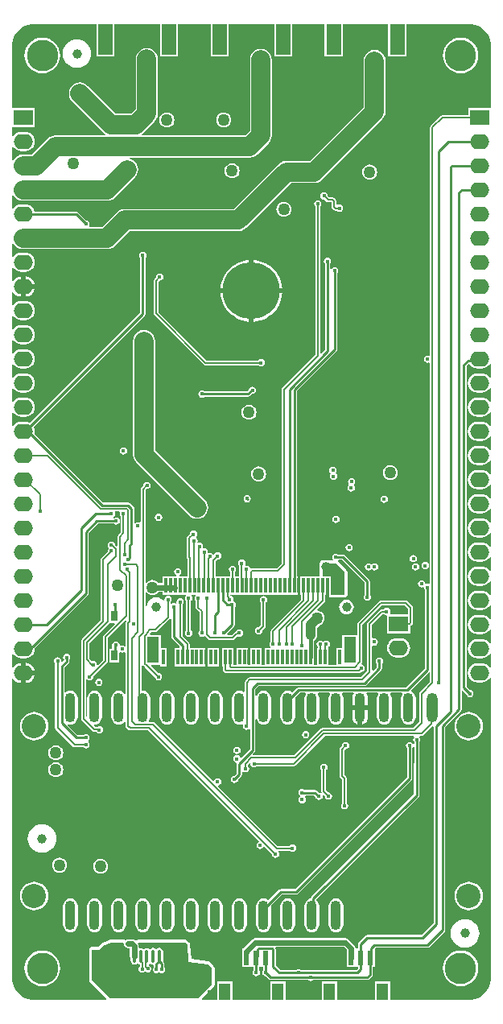
<source format=gtl>
G04*
G04 #@! TF.GenerationSoftware,Altium Limited,Altium Designer,22.7.1 (60)*
G04*
G04 Layer_Physical_Order=1*
G04 Layer_Color=255*
%FSLAX25Y25*%
%MOIN*%
G70*
G04*
G04 #@! TF.SameCoordinates,24E4937F-31BC-4FDA-B361-D206D476748A*
G04*
G04*
G04 #@! TF.FilePolarity,Positive*
G04*
G01*
G75*
%ADD10C,0.00787*%
%ADD12O,0.03543X0.06299*%
%ADD13R,0.07480X0.07087*%
G04:AMPARAMS|DCode=14|XSize=62.99mil|YSize=55.12mil|CornerRadius=13.78mil|HoleSize=0mil|Usage=FLASHONLY|Rotation=0.000|XOffset=0mil|YOffset=0mil|HoleType=Round|Shape=RoundedRectangle|*
%AMROUNDEDRECTD14*
21,1,0.06299,0.02756,0,0,0.0*
21,1,0.03543,0.05512,0,0,0.0*
1,1,0.02756,0.01772,-0.01378*
1,1,0.02756,-0.01772,-0.01378*
1,1,0.02756,-0.01772,0.01378*
1,1,0.02756,0.01772,0.01378*
%
%ADD14ROUNDEDRECTD14*%
%ADD15O,0.01575X0.05315*%
%ADD16R,0.04724X0.06693*%
%ADD17R,0.02362X0.06102*%
%ADD18R,0.05906X0.12598*%
%ADD19R,0.03937X0.13780*%
%ADD20R,0.01181X0.06102*%
%ADD21R,0.04724X0.10827*%
%ADD22R,0.02559X0.04134*%
%ADD44C,0.03937*%
%ADD45C,0.00984*%
%ADD46C,0.00700*%
%ADD47C,0.01575*%
%ADD48C,0.03937*%
%ADD49C,0.07874*%
%ADD50C,0.02362*%
%ADD51C,0.07874*%
%ADD52R,0.07874X0.06299*%
%ADD53O,0.07874X0.06299*%
%ADD54C,0.23622*%
G04:AMPARAMS|DCode=55|XSize=43.31mil|YSize=122.05mil|CornerRadius=21.65mil|HoleSize=0mil|Usage=FLASHONLY|Rotation=0.000|XOffset=0mil|YOffset=0mil|HoleType=Round|Shape=RoundedRectangle|*
%AMROUNDEDRECTD55*
21,1,0.04331,0.07874,0,0,0.0*
21,1,0.00000,0.12205,0,0,0.0*
1,1,0.04331,0.00000,-0.03937*
1,1,0.04331,0.00000,-0.03937*
1,1,0.04331,0.00000,0.03937*
1,1,0.04331,0.00000,0.03937*
%
%ADD55ROUNDEDRECTD55*%
G04:AMPARAMS|DCode=56|XSize=45.67mil|YSize=122.05mil|CornerRadius=22.84mil|HoleSize=0mil|Usage=FLASHONLY|Rotation=0.000|XOffset=0mil|YOffset=0mil|HoleType=Round|Shape=RoundedRectangle|*
%AMROUNDEDRECTD56*
21,1,0.04567,0.07638,0,0,0.0*
21,1,0.00000,0.12205,0,0,0.0*
1,1,0.04567,0.00000,-0.03819*
1,1,0.04567,0.00000,-0.03819*
1,1,0.04567,0.00000,0.03819*
1,1,0.04567,0.00000,0.03819*
%
%ADD56ROUNDEDRECTD56*%
%ADD57C,0.10000*%
%ADD58C,0.12992*%
%ADD59C,0.01772*%
%ADD60C,0.05000*%
G36*
X192708Y404381D02*
X194381Y403687D01*
X195888Y402681D01*
X197169Y401400D01*
X198176Y399893D01*
X198869Y398219D01*
X199222Y396443D01*
Y395537D01*
Y370141D01*
X189701D01*
Y367145D01*
X179142D01*
X178758Y367069D01*
X178432Y366851D01*
X174290Y362710D01*
X174073Y362384D01*
X173996Y362000D01*
Y267628D01*
X173496Y267389D01*
X173000Y267488D01*
X172424Y267374D01*
X171936Y267047D01*
X171609Y266559D01*
X171495Y265983D01*
X171609Y265407D01*
X171936Y264918D01*
X172424Y264592D01*
X173000Y264478D01*
X173496Y264576D01*
X173996Y264338D01*
X173996Y173145D01*
X173496Y172906D01*
X173000Y173005D01*
X172495Y172905D01*
X172363Y172931D01*
X171968Y173187D01*
X171891Y173576D01*
X171564Y174064D01*
X171076Y174391D01*
X170500Y174505D01*
X169924Y174391D01*
X169436Y174064D01*
X169109Y173576D01*
X168995Y173000D01*
X169109Y172424D01*
X169436Y171936D01*
X169924Y171609D01*
X170500Y171495D01*
X171005Y171595D01*
X171137Y171569D01*
X171532Y171313D01*
X171609Y170924D01*
X171896Y170495D01*
Y137957D01*
X164043Y130104D01*
X119658D01*
X119235Y130020D01*
X118877Y129781D01*
X117022Y127926D01*
X116521Y128311D01*
X115787Y128615D01*
X115000Y128718D01*
X114213Y128615D01*
X113479Y128311D01*
X112849Y127828D01*
X112366Y127198D01*
X112062Y126464D01*
X111959Y125677D01*
Y117803D01*
X112062Y117016D01*
X112366Y116282D01*
X112849Y115653D01*
X113479Y115169D01*
X114213Y114865D01*
X115000Y114762D01*
X115787Y114865D01*
X116521Y115169D01*
X117151Y115653D01*
X117634Y116282D01*
X117938Y117016D01*
X118041Y117803D01*
Y125677D01*
X118024Y125806D01*
X120115Y127896D01*
X122272D01*
X122518Y127396D01*
X122366Y127198D01*
X122062Y126464D01*
X121959Y125677D01*
Y117803D01*
X122062Y117016D01*
X122366Y116282D01*
X122849Y115653D01*
X123479Y115169D01*
X124213Y114865D01*
X125000Y114762D01*
X125787Y114865D01*
X126521Y115169D01*
X127151Y115653D01*
X127634Y116282D01*
X127938Y117016D01*
X128041Y117803D01*
Y125677D01*
X127938Y126464D01*
X127634Y127198D01*
X127482Y127396D01*
X127728Y127896D01*
X132272D01*
X132518Y127396D01*
X132366Y127198D01*
X132062Y126464D01*
X131959Y125677D01*
Y117803D01*
X132062Y117016D01*
X132366Y116282D01*
X132849Y115653D01*
X133479Y115169D01*
X134213Y114865D01*
X135000Y114762D01*
X135787Y114865D01*
X136521Y115169D01*
X137151Y115653D01*
X137634Y116282D01*
X137938Y117016D01*
X138041Y117803D01*
Y125677D01*
X137938Y126464D01*
X137634Y127198D01*
X137482Y127396D01*
X137728Y127896D01*
X142148D01*
X142369Y127448D01*
X142235Y127273D01*
X141916Y126504D01*
X141807Y125677D01*
Y122740D01*
X148193D01*
Y125677D01*
X148084Y126504D01*
X147765Y127273D01*
X147631Y127448D01*
X147852Y127896D01*
X152272D01*
X152518Y127396D01*
X152366Y127198D01*
X152062Y126464D01*
X151959Y125677D01*
Y117803D01*
X152062Y117016D01*
X152366Y116282D01*
X152849Y115653D01*
X153479Y115169D01*
X154213Y114865D01*
X155000Y114762D01*
X155787Y114865D01*
X156521Y115169D01*
X157151Y115653D01*
X157634Y116282D01*
X157938Y117016D01*
X158041Y117803D01*
Y125677D01*
X157938Y126464D01*
X157634Y127198D01*
X157482Y127396D01*
X157728Y127896D01*
X162272D01*
X162518Y127396D01*
X162366Y127198D01*
X162062Y126464D01*
X161959Y125677D01*
Y117803D01*
X162062Y117016D01*
X162366Y116282D01*
X162849Y115653D01*
X163479Y115169D01*
X164213Y114865D01*
X165000Y114762D01*
X165787Y114865D01*
X166521Y115169D01*
X167151Y115653D01*
X167634Y116282D01*
X167938Y117016D01*
X168041Y117803D01*
Y125677D01*
X167938Y126464D01*
X167634Y127198D01*
X167151Y127828D01*
X166521Y128311D01*
X166209Y128440D01*
X166091Y129030D01*
X173496Y136435D01*
X173996Y136228D01*
Y132416D01*
X169790Y128210D01*
X169573Y127884D01*
X169497Y127500D01*
Y115916D01*
X166962Y113382D01*
X129429D01*
X129045Y113305D01*
X128720Y113088D01*
X117636Y102004D01*
X100718D01*
X100527Y102465D01*
X101281Y103219D01*
X101520Y103578D01*
X101604Y104000D01*
Y116816D01*
X102104Y116916D01*
X102366Y116282D01*
X102849Y115653D01*
X103479Y115169D01*
X104213Y114865D01*
X105000Y114762D01*
X105787Y114865D01*
X106521Y115169D01*
X107151Y115653D01*
X107634Y116282D01*
X107938Y117016D01*
X108041Y117803D01*
Y125677D01*
X107938Y126464D01*
X107634Y127198D01*
X107151Y127828D01*
X106521Y128311D01*
X105787Y128615D01*
X105000Y128718D01*
X104213Y128615D01*
X103479Y128311D01*
X102849Y127828D01*
X102366Y127198D01*
X102104Y126565D01*
X101604Y126664D01*
Y129327D01*
X102957Y130680D01*
X146783D01*
X147206Y130764D01*
X147564Y131003D01*
X153781Y137219D01*
X154020Y137578D01*
X154104Y138000D01*
Y139995D01*
X154391Y140424D01*
X154505Y141000D01*
X154391Y141576D01*
X154064Y142064D01*
X153576Y142391D01*
X153000Y142505D01*
X152424Y142391D01*
X151936Y142064D01*
X151609Y141576D01*
X151495Y141000D01*
X151609Y140424D01*
X151896Y139995D01*
Y138457D01*
X150466Y137027D01*
X150004Y137218D01*
Y147152D01*
X150504Y147471D01*
X150870Y147398D01*
X151446Y147513D01*
X151935Y147839D01*
X152261Y148328D01*
X152375Y148904D01*
X152261Y149480D01*
X151935Y149968D01*
X151446Y150294D01*
X150870Y150409D01*
X150504Y150336D01*
X150004Y150656D01*
Y156084D01*
X154349Y160430D01*
X154945D01*
X155424Y160109D01*
X156000Y159995D01*
X156213Y159820D01*
Y152500D01*
X165787D01*
Y155554D01*
X165884Y155573D01*
X166210Y155790D01*
X166710Y156290D01*
X166927Y156616D01*
X167004Y157000D01*
Y163000D01*
X166927Y163384D01*
X166710Y163710D01*
X164710Y165710D01*
X164384Y165927D01*
X164000Y166004D01*
X153500D01*
X153116Y165927D01*
X152790Y165710D01*
X144290Y157210D01*
X144073Y156884D01*
X143997Y156500D01*
Y152329D01*
X143898Y151870D01*
X137598D01*
Y146457D01*
X135039D01*
Y139504D01*
X131890D01*
Y146457D01*
X131890Y146457D01*
X131890D01*
X132032Y146914D01*
X132064Y146936D01*
X132391Y147424D01*
X132505Y148000D01*
X132391Y148576D01*
X132064Y149064D01*
X131576Y149391D01*
X131000Y149505D01*
X130424Y149391D01*
X129936Y149064D01*
X129564D01*
X129076Y149391D01*
X128500Y149505D01*
X127924Y149391D01*
X127436Y149064D01*
X127109Y148576D01*
X126995Y148000D01*
X127109Y147424D01*
X127421Y146957D01*
X127397Y146835D01*
X127252Y146457D01*
X127165D01*
Y139504D01*
X125984D01*
Y142482D01*
X126011Y142618D01*
Y149459D01*
X126431Y149781D01*
X126842Y150316D01*
X127100Y150938D01*
X127187Y151606D01*
Y154879D01*
X128128Y155820D01*
X128772Y156087D01*
X129418Y156582D01*
X129913Y157228D01*
X130225Y157980D01*
X130331Y158786D01*
X130225Y159593D01*
X129913Y160345D01*
X129418Y160991D01*
X128772Y161486D01*
X128021Y161797D01*
X127493Y161867D01*
X127314Y162395D01*
X130237Y165318D01*
X130455Y165644D01*
X130531Y166028D01*
Y168504D01*
X130905D01*
Y174977D01*
X131670D01*
Y168504D01*
X131715Y168279D01*
X131758Y168052D01*
X131761Y168048D01*
X131761Y168043D01*
X131889Y167852D01*
X132016Y167659D01*
X132020Y167657D01*
X132023Y167652D01*
X132214Y167525D01*
X132404Y167395D01*
X132409Y167394D01*
X132413Y167391D01*
X132639Y167346D01*
X132864Y167300D01*
X133363Y167296D01*
X133368Y167297D01*
X133372Y167296D01*
X138500D01*
X138961Y167387D01*
X139351Y167648D01*
X139613Y168039D01*
X139704Y168500D01*
Y178011D01*
X139704Y178011D01*
X139613Y178472D01*
X139351Y178863D01*
X139351Y178863D01*
X135954Y182260D01*
X135941Y182423D01*
X136311Y182896D01*
X137543D01*
X146896Y173543D01*
Y168505D01*
X146609Y168076D01*
X146495Y167500D01*
X146609Y166924D01*
X146936Y166436D01*
X147424Y166109D01*
X148000Y165995D01*
X148576Y166109D01*
X149064Y166436D01*
X149391Y166924D01*
X149505Y167500D01*
X149391Y168076D01*
X149104Y168505D01*
Y174000D01*
X149020Y174422D01*
X148781Y174781D01*
X138781Y184781D01*
X138422Y185020D01*
X138000Y185104D01*
X136005D01*
X135576Y185391D01*
X135000Y185505D01*
X134424Y185391D01*
X133936Y185064D01*
X133609Y184576D01*
X133495Y184000D01*
X133609Y183424D01*
X133756Y183204D01*
X133489Y182704D01*
X129500D01*
X129039Y182613D01*
X128648Y182352D01*
X128387Y181961D01*
X128296Y181500D01*
Y176181D01*
X120276D01*
Y168504D01*
X120650D01*
Y166364D01*
X108290Y154004D01*
X108073Y153679D01*
X107996Y153295D01*
Y149105D01*
X107936Y149064D01*
X107609Y148576D01*
X107495Y148000D01*
X107609Y147424D01*
X107922Y146957D01*
X107897Y146835D01*
X107752Y146457D01*
X105512D01*
Y139504D01*
X104331D01*
Y146457D01*
X99606D01*
Y139504D01*
X98425D01*
Y146457D01*
X93701D01*
Y139504D01*
X92520D01*
Y146457D01*
X87795D01*
Y138779D01*
X88170D01*
Y137461D01*
X88246Y137077D01*
X88464Y136752D01*
X88925Y136290D01*
X89250Y136073D01*
X89635Y135996D01*
X144500D01*
X144884Y136073D01*
X145210Y136290D01*
X145428Y136509D01*
X145500Y136495D01*
X146076Y136609D01*
X146564Y136936D01*
X146891Y137424D01*
X147005Y138000D01*
X146891Y138576D01*
X146564Y139064D01*
X146076Y139391D01*
X145815Y139443D01*
X145651Y139985D01*
X145710Y140044D01*
X145927Y140370D01*
X146003Y140754D01*
Y156084D01*
X153916Y163997D01*
X163584D01*
X164997Y162584D01*
Y160500D01*
X157625D01*
X157406Y161000D01*
X157505Y161500D01*
X157391Y162076D01*
X157064Y162564D01*
X156576Y162891D01*
X156000Y163005D01*
X155424Y162891D01*
X154936Y162564D01*
X154850Y162437D01*
X153933D01*
X153549Y162360D01*
X153224Y162143D01*
X148290Y157210D01*
X148073Y156884D01*
X147996Y156500D01*
Y136916D01*
X145344Y134263D01*
X99260D01*
X98876Y134187D01*
X98550Y133969D01*
X97440Y132859D01*
X97223Y132534D01*
X97146Y132150D01*
Y128396D01*
X96698Y128175D01*
X96521Y128311D01*
X95787Y128615D01*
X95000Y128718D01*
X94213Y128615D01*
X93479Y128311D01*
X92849Y127828D01*
X92366Y127198D01*
X92062Y126464D01*
X91959Y125677D01*
Y117803D01*
X92062Y117016D01*
X92366Y116282D01*
X92849Y115653D01*
X93479Y115169D01*
X94213Y114865D01*
X95000Y114762D01*
X95787Y114865D01*
X96360Y115103D01*
X96691Y114699D01*
X96609Y114576D01*
X96495Y114000D01*
X96609Y113424D01*
X96936Y112936D01*
X97424Y112609D01*
X98000Y112495D01*
X98576Y112609D01*
X98896Y112823D01*
X99396Y112601D01*
Y104457D01*
X95869Y100930D01*
X95508Y101040D01*
X95358Y101126D01*
X95064Y101564D01*
X94576Y101891D01*
X94000Y102005D01*
X93424Y101891D01*
X92936Y101564D01*
X92609Y101076D01*
X92495Y100500D01*
X92609Y99924D01*
X92936Y99436D01*
X93424Y99109D01*
X93535Y99087D01*
X93897Y98505D01*
X93896Y98500D01*
Y94457D01*
X92930Y93491D01*
X92424Y93391D01*
X91936Y93064D01*
X91609Y92576D01*
X91495Y92000D01*
X91609Y91424D01*
X91936Y90936D01*
X92424Y90609D01*
X93000Y90495D01*
X93576Y90609D01*
X94064Y90936D01*
X94391Y91424D01*
X94491Y91930D01*
X95781Y93219D01*
X96020Y93578D01*
X96104Y94000D01*
Y95064D01*
X96151Y95104D01*
X96604Y95285D01*
X96952Y95052D01*
X97528Y94938D01*
X98104Y95052D01*
X98593Y95379D01*
X98919Y95867D01*
X99034Y96443D01*
X98919Y97019D01*
X98593Y97507D01*
X98532Y97548D01*
Y98113D01*
X99091Y98671D01*
X99395Y98562D01*
X99576Y98450D01*
X99681Y97924D01*
X100007Y97436D01*
X100496Y97109D01*
X101072Y96995D01*
X101648Y97109D01*
X102136Y97436D01*
X102177Y97496D01*
X117500D01*
X117884Y97573D01*
X118210Y97790D01*
X130416Y109996D01*
X167182D01*
X167313Y109774D01*
X167390Y109496D01*
X167109Y109076D01*
X166995Y108500D01*
X167109Y107924D01*
X167396Y107495D01*
Y106598D01*
X166896Y106549D01*
X166891Y106576D01*
X166564Y107064D01*
X166076Y107391D01*
X165500Y107505D01*
X164924Y107391D01*
X164436Y107064D01*
X164109Y106576D01*
X163995Y106000D01*
X164109Y105424D01*
X164396Y104995D01*
Y92957D01*
X118043Y46604D01*
X112157D01*
X111735Y46520D01*
X111377Y46281D01*
X107022Y41926D01*
X106521Y42311D01*
X105787Y42615D01*
X105000Y42718D01*
X104213Y42615D01*
X103479Y42311D01*
X102849Y41828D01*
X102366Y41198D01*
X102062Y40464D01*
X101959Y39677D01*
Y31803D01*
X102062Y31016D01*
X102366Y30283D01*
X102849Y29653D01*
X103479Y29169D01*
X104213Y28865D01*
X105000Y28762D01*
X105787Y28865D01*
X106521Y29169D01*
X107151Y29653D01*
X107634Y30283D01*
X107938Y31016D01*
X108041Y31803D01*
Y39677D01*
X108024Y39806D01*
X112615Y44396D01*
X118500D01*
X118922Y44480D01*
X119281Y44719D01*
X166281Y91719D01*
X166520Y92078D01*
X166604Y92500D01*
Y104995D01*
X166891Y105424D01*
X166896Y105451D01*
X167396Y105402D01*
Y98857D01*
X167354Y98795D01*
X167270Y98372D01*
Y85887D01*
X124726Y43343D01*
X124487Y42985D01*
X124418Y42642D01*
X124213Y42615D01*
X123479Y42311D01*
X122849Y41828D01*
X122366Y41198D01*
X122062Y40464D01*
X121959Y39677D01*
Y31803D01*
X122062Y31016D01*
X122366Y30283D01*
X122849Y29653D01*
X123479Y29169D01*
X124213Y28865D01*
X125000Y28762D01*
X125787Y28865D01*
X126521Y29169D01*
X127151Y29653D01*
X127634Y30283D01*
X127938Y31016D01*
X128041Y31803D01*
Y39677D01*
X127938Y40464D01*
X127634Y41198D01*
X127151Y41828D01*
X126989Y41952D01*
X126956Y42451D01*
X169155Y84649D01*
X169394Y85008D01*
X169478Y85430D01*
Y98013D01*
X169520Y98076D01*
X169604Y98498D01*
Y107495D01*
X169891Y107924D01*
X170005Y108500D01*
X169891Y109076D01*
X169610Y109496D01*
X169687Y109774D01*
X169818Y109996D01*
X170500D01*
X170884Y110073D01*
X171210Y110290D01*
X174896Y113977D01*
X175396Y113770D01*
Y32457D01*
X170543Y27604D01*
X148000D01*
X147578Y27520D01*
X147219Y27281D01*
X144495Y24556D01*
X144256Y24198D01*
X144172Y23776D01*
Y21905D01*
X143145D01*
Y22161D01*
X143007Y22853D01*
X142616Y23439D01*
X140277Y25777D01*
X139691Y26169D01*
X139000Y26306D01*
X101664D01*
X100972Y26169D01*
X100387Y25777D01*
X96688Y22079D01*
X96572Y21905D01*
X96063D01*
Y14228D01*
X100880D01*
Y12982D01*
X100609Y12576D01*
X100495Y12000D01*
X100609Y11424D01*
X100936Y10936D01*
X101424Y10609D01*
X102000Y10495D01*
X102576Y10609D01*
X103064Y10936D01*
X103391Y11424D01*
X103505Y12000D01*
X103391Y12576D01*
X103088Y13029D01*
Y14228D01*
X104802D01*
Y12864D01*
X104609Y12576D01*
X104495Y12000D01*
X104609Y11424D01*
X104936Y10936D01*
X105424Y10609D01*
X105930Y10509D01*
X107219Y9219D01*
X107578Y8980D01*
X108000Y8896D01*
X123495D01*
X123924Y8609D01*
X124500Y8495D01*
X125076Y8609D01*
X125505Y8896D01*
X148000D01*
X148422Y8980D01*
X148781Y9219D01*
X149993Y10432D01*
X150232Y10790D01*
X150317Y11213D01*
Y14228D01*
X151181D01*
Y21905D01*
X151181Y21905D01*
X151181D01*
X151384Y22323D01*
X151457Y22396D01*
X173000D01*
X173422Y22480D01*
X173781Y22719D01*
X179914Y28853D01*
X180154Y29211D01*
X180238Y29634D01*
Y113677D01*
X186781Y120219D01*
X187020Y120578D01*
X187104Y121000D01*
Y128628D01*
X187604Y128835D01*
X189009Y127430D01*
X189109Y126924D01*
X189436Y126436D01*
X189924Y126109D01*
X190500Y125995D01*
X191076Y126109D01*
X191564Y126436D01*
X191891Y126924D01*
X192005Y127500D01*
X191891Y128076D01*
X191564Y128564D01*
X191076Y128891D01*
X190570Y128991D01*
X189104Y130457D01*
Y263260D01*
X189780Y263936D01*
X190411Y263860D01*
X190848Y263289D01*
X191684Y262648D01*
X192657Y262245D01*
X193701Y262108D01*
X195276D01*
X196320Y262245D01*
X197293Y262648D01*
X198128Y263289D01*
X198722Y264063D01*
X198940Y264049D01*
X199222Y263924D01*
Y258359D01*
X198940Y258235D01*
X198722Y258220D01*
X198128Y258994D01*
X197293Y259635D01*
X196320Y260038D01*
X195276Y260176D01*
X193701D01*
X192657Y260038D01*
X191684Y259635D01*
X190848Y258994D01*
X190207Y258159D01*
X189804Y257186D01*
X189667Y256142D01*
X189804Y255098D01*
X190207Y254125D01*
X190848Y253289D01*
X191684Y252648D01*
X192657Y252245D01*
X193701Y252108D01*
X195276D01*
X196320Y252245D01*
X197293Y252648D01*
X198128Y253289D01*
X198722Y254063D01*
X198940Y254049D01*
X199222Y253924D01*
Y248359D01*
X198940Y248235D01*
X198722Y248220D01*
X198128Y248994D01*
X197293Y249635D01*
X196320Y250038D01*
X195276Y250176D01*
X193701D01*
X192657Y250038D01*
X191684Y249635D01*
X190848Y248994D01*
X190207Y248159D01*
X189804Y247186D01*
X189667Y246142D01*
X189804Y245098D01*
X190207Y244125D01*
X190848Y243289D01*
X191684Y242648D01*
X192657Y242245D01*
X193701Y242108D01*
X195276D01*
X196320Y242245D01*
X197293Y242648D01*
X198128Y243289D01*
X198722Y244063D01*
X198940Y244049D01*
X199222Y243924D01*
Y238359D01*
X198940Y238234D01*
X198722Y238220D01*
X198128Y238994D01*
X197293Y239635D01*
X196320Y240038D01*
X195276Y240176D01*
X193701D01*
X192657Y240038D01*
X191684Y239635D01*
X190848Y238994D01*
X190207Y238159D01*
X189804Y237186D01*
X189667Y236142D01*
X189804Y235098D01*
X190207Y234125D01*
X190848Y233289D01*
X191684Y232648D01*
X192657Y232245D01*
X193701Y232108D01*
X195276D01*
X196320Y232245D01*
X197293Y232648D01*
X198128Y233289D01*
X198722Y234063D01*
X198940Y234049D01*
X199222Y233924D01*
Y228359D01*
X198940Y228235D01*
X198722Y228220D01*
X198128Y228994D01*
X197293Y229635D01*
X196320Y230038D01*
X195276Y230176D01*
X193701D01*
X192657Y230038D01*
X191684Y229635D01*
X190848Y228994D01*
X190207Y228159D01*
X189804Y227186D01*
X189667Y226142D01*
X189804Y225098D01*
X190207Y224125D01*
X190848Y223289D01*
X191684Y222648D01*
X192657Y222245D01*
X193701Y222108D01*
X195276D01*
X196320Y222245D01*
X197293Y222648D01*
X198128Y223289D01*
X198722Y224063D01*
X198940Y224049D01*
X199222Y223924D01*
Y218359D01*
X198940Y218234D01*
X198722Y218220D01*
X198128Y218994D01*
X197293Y219635D01*
X196320Y220038D01*
X195276Y220176D01*
X193701D01*
X192657Y220038D01*
X191684Y219635D01*
X190848Y218994D01*
X190207Y218159D01*
X189804Y217186D01*
X189667Y216142D01*
X189804Y215098D01*
X190207Y214125D01*
X190848Y213289D01*
X191684Y212648D01*
X192657Y212245D01*
X193701Y212108D01*
X195276D01*
X196320Y212245D01*
X197293Y212648D01*
X198128Y213289D01*
X198722Y214063D01*
X198940Y214049D01*
X199222Y213924D01*
Y208359D01*
X198940Y208235D01*
X198722Y208220D01*
X198128Y208994D01*
X197293Y209635D01*
X196320Y210038D01*
X195276Y210176D01*
X193701D01*
X192657Y210038D01*
X191684Y209635D01*
X190848Y208994D01*
X190207Y208159D01*
X189804Y207186D01*
X189667Y206142D01*
X189804Y205098D01*
X190207Y204125D01*
X190848Y203289D01*
X191684Y202648D01*
X192657Y202245D01*
X193701Y202108D01*
X195276D01*
X196320Y202245D01*
X197293Y202648D01*
X198128Y203289D01*
X198722Y204063D01*
X198940Y204049D01*
X199222Y203924D01*
Y198359D01*
X198940Y198234D01*
X198722Y198220D01*
X198128Y198994D01*
X197293Y199635D01*
X196320Y200038D01*
X195276Y200176D01*
X193701D01*
X192657Y200038D01*
X191684Y199635D01*
X190848Y198994D01*
X190207Y198159D01*
X189804Y197186D01*
X189667Y196142D01*
X189804Y195098D01*
X190207Y194125D01*
X190848Y193289D01*
X191684Y192648D01*
X192657Y192245D01*
X193701Y192108D01*
X195276D01*
X196320Y192245D01*
X197293Y192648D01*
X198128Y193289D01*
X198722Y194063D01*
X198940Y194049D01*
X199222Y193924D01*
Y188359D01*
X198940Y188234D01*
X198722Y188220D01*
X198128Y188994D01*
X197293Y189635D01*
X196320Y190038D01*
X195276Y190176D01*
X193701D01*
X192657Y190038D01*
X191684Y189635D01*
X190848Y188994D01*
X190207Y188159D01*
X189804Y187186D01*
X189667Y186142D01*
X189804Y185098D01*
X190207Y184125D01*
X190848Y183289D01*
X191684Y182648D01*
X192657Y182245D01*
X193701Y182108D01*
X195276D01*
X196320Y182245D01*
X197293Y182648D01*
X198128Y183289D01*
X198722Y184063D01*
X198940Y184049D01*
X199222Y183924D01*
Y178359D01*
X198940Y178234D01*
X198722Y178220D01*
X198128Y178994D01*
X197293Y179635D01*
X196320Y180038D01*
X195276Y180176D01*
X193701D01*
X192657Y180038D01*
X191684Y179635D01*
X190848Y178994D01*
X190207Y178159D01*
X189804Y177186D01*
X189667Y176142D01*
X189804Y175098D01*
X190207Y174125D01*
X190848Y173289D01*
X191684Y172648D01*
X192657Y172245D01*
X193701Y172108D01*
X195276D01*
X196320Y172245D01*
X197293Y172648D01*
X198128Y173289D01*
X198722Y174063D01*
X198940Y174049D01*
X199222Y173924D01*
Y168359D01*
X198940Y168234D01*
X198722Y168220D01*
X198128Y168994D01*
X197293Y169635D01*
X196320Y170038D01*
X195276Y170176D01*
X193701D01*
X192657Y170038D01*
X191684Y169635D01*
X190848Y168994D01*
X190207Y168159D01*
X189804Y167186D01*
X189667Y166142D01*
X189804Y165098D01*
X190207Y164125D01*
X190848Y163289D01*
X191684Y162648D01*
X192657Y162245D01*
X193701Y162108D01*
X195276D01*
X196320Y162245D01*
X197293Y162648D01*
X198128Y163289D01*
X198722Y164063D01*
X198940Y164049D01*
X199222Y163924D01*
Y158359D01*
X198940Y158234D01*
X198722Y158220D01*
X198128Y158994D01*
X197293Y159635D01*
X196320Y160038D01*
X195276Y160176D01*
X193701D01*
X192657Y160038D01*
X191684Y159635D01*
X190848Y158994D01*
X190207Y158159D01*
X189804Y157186D01*
X189667Y156142D01*
X189804Y155098D01*
X190207Y154125D01*
X190848Y153289D01*
X191684Y152648D01*
X192657Y152245D01*
X193701Y152108D01*
X195276D01*
X196320Y152245D01*
X197293Y152648D01*
X198128Y153289D01*
X198722Y154063D01*
X198940Y154049D01*
X199222Y153924D01*
Y148359D01*
X198940Y148234D01*
X198722Y148220D01*
X198128Y148994D01*
X197293Y149635D01*
X196320Y150038D01*
X195276Y150176D01*
X193701D01*
X192657Y150038D01*
X191684Y149635D01*
X190848Y148994D01*
X190207Y148159D01*
X189804Y147186D01*
X189667Y146142D01*
X189804Y145098D01*
X190207Y144125D01*
X190848Y143289D01*
X191684Y142648D01*
X192657Y142245D01*
X193701Y142108D01*
X195276D01*
X196320Y142245D01*
X197293Y142648D01*
X198128Y143289D01*
X198722Y144063D01*
X198940Y144049D01*
X199222Y143924D01*
Y138359D01*
X198940Y138234D01*
X198722Y138220D01*
X198128Y138994D01*
X197293Y139635D01*
X196320Y140038D01*
X195276Y140176D01*
X193701D01*
X192657Y140038D01*
X191684Y139635D01*
X190848Y138994D01*
X190207Y138159D01*
X189804Y137186D01*
X189667Y136142D01*
X189804Y135098D01*
X190207Y134125D01*
X190848Y133289D01*
X191684Y132648D01*
X192657Y132245D01*
X193701Y132108D01*
X195276D01*
X196320Y132245D01*
X197293Y132648D01*
X198128Y133289D01*
X198722Y134063D01*
X198940Y134049D01*
X199222Y133924D01*
Y10025D01*
Y9119D01*
X198869Y7342D01*
X198176Y5669D01*
X197169Y4162D01*
X195888Y2881D01*
X194381Y1874D01*
X192708Y1181D01*
X190931Y828D01*
X190025Y828D01*
X157480D01*
Y8295D01*
X151181D01*
Y828D01*
X135433D01*
Y8295D01*
X129134D01*
Y828D01*
X114173D01*
Y8295D01*
X107874D01*
Y828D01*
X92126D01*
Y8295D01*
X85827D01*
Y828D01*
X79684D01*
X79493Y1290D01*
X84351Y6148D01*
X84613Y6539D01*
X84704Y7000D01*
X84704Y7000D01*
Y14000D01*
X84704Y14000D01*
X84613Y14461D01*
X84351Y14852D01*
X82851Y16352D01*
X82717Y16441D01*
X82595Y16547D01*
X82524Y16571D01*
X82461Y16613D01*
X82302Y16644D01*
X82149Y16695D01*
X75123Y17573D01*
X74638Y23658D01*
X74587Y23839D01*
X74550Y24023D01*
X74523Y24064D01*
X74510Y24110D01*
X74393Y24258D01*
X74289Y24414D01*
X73352Y25352D01*
X73352Y25352D01*
X72961Y25613D01*
X72500Y25704D01*
X72500Y25704D01*
X53230D01*
X53056Y25670D01*
X52880Y25652D01*
X52828Y25624D01*
X52769Y25613D01*
X52622Y25514D01*
X52466Y25431D01*
X52428Y25385D01*
X52378Y25352D01*
X51840Y25238D01*
X51724Y25298D01*
X51235Y25626D01*
X50543Y25763D01*
X49000D01*
X48309Y25626D01*
X48212Y25561D01*
X47759Y25352D01*
X47612Y25450D01*
X47475Y25562D01*
X47418Y25579D01*
X47368Y25613D01*
X47195Y25647D01*
X47026Y25699D01*
X46966Y25693D01*
X46908Y25704D01*
X42000D01*
X41993Y25703D01*
X41985Y25704D01*
X41763Y25657D01*
X41539Y25613D01*
X41533Y25608D01*
X41526Y25607D01*
X38026Y24107D01*
X37838Y23978D01*
X37648Y23852D01*
X36501Y22704D01*
X34000D01*
X33539Y22613D01*
X33149Y22352D01*
X32887Y21961D01*
X32796Y21500D01*
Y9000D01*
X32887Y8539D01*
X33149Y8149D01*
X40007Y1290D01*
X39816Y828D01*
X9119D01*
X7342Y1181D01*
X5669Y1874D01*
X4162Y2881D01*
X2881Y4162D01*
X1874Y5669D01*
X1181Y7342D01*
X828Y9119D01*
X828Y10025D01*
Y133582D01*
X1328Y133752D01*
X1765Y133182D01*
X2632Y132517D01*
X3641Y132099D01*
X4512Y131984D01*
Y136142D01*
Y140299D01*
X3641Y140184D01*
X2632Y139766D01*
X1765Y139101D01*
X1328Y138532D01*
X828Y138701D01*
Y143844D01*
X1328Y143998D01*
X1872Y143289D01*
X2707Y142648D01*
X3680Y142245D01*
X4724Y142108D01*
X6299D01*
X7343Y142245D01*
X8316Y142648D01*
X9152Y143289D01*
X9793Y144125D01*
X10196Y145098D01*
X10333Y146142D01*
X10313Y146294D01*
X10439Y146378D01*
X32281Y168219D01*
X32520Y168578D01*
X32604Y169000D01*
Y194043D01*
X36457Y197896D01*
X42995D01*
X43424Y197609D01*
X44000Y197495D01*
X44576Y197609D01*
X45064Y197936D01*
X45391Y198424D01*
X45505Y199000D01*
X45391Y199576D01*
X45064Y200064D01*
X44576Y200391D01*
X44000Y200505D01*
X43424Y200391D01*
X43094Y200170D01*
X42899Y200224D01*
X42810Y200766D01*
X43064Y200936D01*
X43391Y201424D01*
X43505Y202000D01*
X43407Y202497D01*
X43645Y202996D01*
X45355D01*
X45594Y202497D01*
X45495Y202000D01*
X45609Y201424D01*
X45936Y200936D01*
X45996Y200895D01*
Y194416D01*
X44759Y193178D01*
X44541Y192852D01*
X44465Y192469D01*
Y188728D01*
X44003Y188536D01*
X43497Y189042D01*
X43391Y189576D01*
X43064Y190064D01*
X42576Y190391D01*
X42000Y190505D01*
X41424Y190391D01*
X40936Y190064D01*
X40609Y189576D01*
X40495Y189000D01*
X40609Y188424D01*
X40936Y187936D01*
X40741Y187464D01*
X40523Y187138D01*
X40408Y186562D01*
X40433Y186439D01*
X37790Y183796D01*
X37573Y183471D01*
X37497Y183087D01*
Y157916D01*
X29708Y150127D01*
X29491Y149802D01*
X29414Y149418D01*
Y117214D01*
X29491Y116830D01*
X29708Y116504D01*
X34234Y111979D01*
X34560Y111761D01*
X34944Y111685D01*
X35769D01*
X35936Y111436D01*
X36424Y111109D01*
X37000Y110995D01*
X37576Y111109D01*
X38064Y111436D01*
X38391Y111924D01*
X38505Y112500D01*
X38391Y113076D01*
X38064Y113564D01*
X37576Y113891D01*
X37000Y114005D01*
X36424Y113891D01*
X36126Y113692D01*
X35359D01*
X34762Y114289D01*
X34996Y114762D01*
X35000Y114762D01*
X35787Y114865D01*
X36521Y115169D01*
X37151Y115653D01*
X37634Y116282D01*
X37938Y117016D01*
X38041Y117803D01*
Y125677D01*
X37938Y126464D01*
X37634Y127198D01*
X37151Y127828D01*
X36521Y128311D01*
X35787Y128615D01*
X35000Y128718D01*
X34213Y128615D01*
X33479Y128311D01*
X32849Y127828D01*
X32366Y127198D01*
X32062Y126464D01*
X31959Y125677D01*
Y118346D01*
X31459Y118068D01*
X31421Y118091D01*
Y133305D01*
X31921Y133457D01*
X31936Y133436D01*
X32424Y133109D01*
X33000Y132995D01*
X33576Y133109D01*
X34064Y133436D01*
X34391Y133924D01*
X34505Y134500D01*
X34491Y134572D01*
X40210Y140290D01*
X40427Y140616D01*
X40503Y141000D01*
Y150644D01*
X47767Y157907D01*
X48306Y157739D01*
X48333Y157594D01*
X48160Y157421D01*
X47943Y157096D01*
X47867Y156712D01*
Y147453D01*
X47367Y147191D01*
X47094Y147372D01*
X46518Y147487D01*
X45942Y147372D01*
X45796Y147275D01*
X45346Y147576D01*
X45366Y147674D01*
X45251Y148250D01*
X44925Y148738D01*
X44437Y149064D01*
X43861Y149179D01*
X43285Y149064D01*
X42796Y148738D01*
X42470Y148250D01*
X42355Y147674D01*
X42397Y147464D01*
X42346Y147389D01*
X42262Y146966D01*
Y146185D01*
X41165D01*
Y140476D01*
X45299D01*
Y144419D01*
X45799Y144687D01*
X45942Y144591D01*
X46518Y144476D01*
X47094Y144591D01*
X47367Y144773D01*
X47867Y144511D01*
Y127716D01*
X47367Y127546D01*
X47151Y127828D01*
X46521Y128311D01*
X45787Y128615D01*
X45000Y128718D01*
X44213Y128615D01*
X43479Y128311D01*
X42849Y127828D01*
X42366Y127198D01*
X42062Y126464D01*
X41959Y125677D01*
Y117803D01*
X42062Y117016D01*
X42366Y116282D01*
X42849Y115653D01*
X43479Y115169D01*
X44213Y114865D01*
X45000Y114762D01*
X45787Y114865D01*
X46521Y115169D01*
X47151Y115653D01*
X47367Y115934D01*
X47867Y115764D01*
Y114130D01*
X47943Y113746D01*
X48160Y113420D01*
X49015Y112566D01*
X49340Y112348D01*
X49724Y112272D01*
X57309D01*
X103051Y66529D01*
X102924Y65950D01*
X102613Y65742D01*
X102287Y65254D01*
X102172Y64678D01*
X102287Y64102D01*
X102613Y63613D01*
X103102Y63287D01*
X103678Y63172D01*
X104254Y63287D01*
X104742Y63613D01*
X104950Y63924D01*
X105529Y64051D01*
X108509Y61072D01*
X108495Y61000D01*
X108609Y60424D01*
X108936Y59936D01*
X109424Y59609D01*
X110000Y59495D01*
X110576Y59609D01*
X111064Y59936D01*
X111391Y60424D01*
X111505Y61000D01*
X111391Y61576D01*
X111110Y61997D01*
X111187Y62274D01*
X111318Y62497D01*
X115895D01*
X115936Y62436D01*
X116424Y62109D01*
X117000Y61995D01*
X117576Y62109D01*
X118064Y62436D01*
X118391Y62924D01*
X118505Y63500D01*
X118391Y64076D01*
X118064Y64564D01*
X117576Y64891D01*
X117000Y65005D01*
X116424Y64891D01*
X115936Y64564D01*
X115895Y64504D01*
X110916D01*
X86362Y89057D01*
X86527Y89600D01*
X86576Y89609D01*
X87064Y89936D01*
X87391Y90424D01*
X87505Y91000D01*
X87391Y91576D01*
X87064Y92064D01*
X86576Y92391D01*
X86000Y92505D01*
X85424Y92391D01*
X84936Y92064D01*
X84609Y91576D01*
X84600Y91527D01*
X84057Y91362D01*
X60056Y115363D01*
X59730Y115581D01*
X59346Y115657D01*
X57719D01*
X57498Y116105D01*
X57634Y116282D01*
X57938Y117016D01*
X58041Y117803D01*
Y125677D01*
X57938Y126464D01*
X57634Y127198D01*
X57151Y127828D01*
X56521Y128311D01*
X55787Y128615D01*
X55000Y128718D01*
X54879Y128703D01*
X54504Y129032D01*
Y139123D01*
X54967Y139431D01*
X55003Y139427D01*
X55196Y139139D01*
X55773Y138562D01*
X55783Y138555D01*
X55791Y138544D01*
X60002Y134539D01*
X59995Y134500D01*
X60109Y133924D01*
X60436Y133436D01*
X60924Y133109D01*
X61500Y132995D01*
X62076Y133109D01*
X62564Y133436D01*
X62891Y133924D01*
X63005Y134500D01*
X62891Y135076D01*
X62564Y135564D01*
X62076Y135891D01*
X61500Y136005D01*
X61395Y135984D01*
X58220Y139004D01*
X58405Y139469D01*
X62205D01*
Y138779D01*
X64961D01*
Y146457D01*
X62402D01*
Y151870D01*
X58054D01*
X57835Y152320D01*
X58368Y152997D01*
X60302D01*
X60686Y153073D01*
X61011Y153290D01*
X66210Y158489D01*
X66813Y158495D01*
X66896Y158434D01*
Y151000D01*
X66980Y150578D01*
X67219Y150219D01*
X70353Y147086D01*
Y146457D01*
X68110D01*
Y138779D01*
X80709D01*
Y146457D01*
X74429D01*
Y148075D01*
X74352Y148459D01*
X74135Y148784D01*
X71504Y151416D01*
Y164395D01*
X71564Y164436D01*
X71891Y164924D01*
X72005Y165500D01*
X71891Y166076D01*
X71564Y166564D01*
X71076Y166891D01*
X70500Y167005D01*
X69924Y166891D01*
X69436Y166564D01*
X69109Y166076D01*
X68995Y165500D01*
X69061Y165168D01*
X68611Y164868D01*
X68576Y164891D01*
X68000Y165005D01*
X67424Y164891D01*
X67004Y164610D01*
X66726Y164687D01*
X66504Y164818D01*
Y165395D01*
X66564Y165436D01*
X66891Y165924D01*
X67005Y166500D01*
X66891Y167076D01*
X66564Y167564D01*
X66076Y167891D01*
X65500Y168005D01*
X64924Y167891D01*
X64436Y167564D01*
X64109Y167076D01*
X63995Y166500D01*
X64024Y166354D01*
X63556Y166142D01*
X63482Y166238D01*
X62647Y166879D01*
X61674Y167282D01*
X60630Y167420D01*
X59586Y167282D01*
X58613Y166879D01*
X57777Y166238D01*
X57136Y165403D01*
X56733Y164430D01*
X56622Y163582D01*
X56122Y163615D01*
Y169353D01*
X56622Y169523D01*
X56796Y169296D01*
X57441Y168800D01*
X58193Y168489D01*
X59000Y168383D01*
X59807Y168489D01*
X60559Y168800D01*
X61204Y169296D01*
X61510Y169694D01*
X63189D01*
Y168504D01*
X72693D01*
X72826Y168263D01*
X72895Y168004D01*
X72609Y167576D01*
X72495Y167000D01*
X72609Y166424D01*
X72936Y165936D01*
X72996Y165895D01*
Y153608D01*
X72936Y153568D01*
X72609Y153079D01*
X72495Y152503D01*
X72609Y151927D01*
X72936Y151439D01*
X73424Y151113D01*
X74000Y150998D01*
X74576Y151113D01*
X75064Y151439D01*
X75391Y151927D01*
X75505Y152503D01*
X75391Y153079D01*
X75064Y153568D01*
X75003Y153608D01*
Y165895D01*
X75064Y165936D01*
X75391Y166424D01*
X75505Y167000D01*
X75391Y167576D01*
X75105Y168004D01*
X75174Y168263D01*
X75307Y168504D01*
X76693D01*
X76826Y168263D01*
X76895Y168004D01*
X76609Y167576D01*
X76495Y167000D01*
X76609Y166424D01*
X76936Y165936D01*
X76996Y165895D01*
Y163147D01*
X77073Y162763D01*
X77290Y162437D01*
X78496Y161231D01*
Y153692D01*
X78436Y153651D01*
X78109Y153163D01*
X77995Y152587D01*
X78109Y152011D01*
X78436Y151522D01*
X78924Y151196D01*
X79500Y151081D01*
X80076Y151196D01*
X80564Y151522D01*
X80757Y151301D01*
X80790Y151252D01*
X82035Y150007D01*
X82361Y149789D01*
X82745Y149713D01*
X92216D01*
X92601Y149789D01*
X92926Y150007D01*
X94239Y151320D01*
X94424Y151196D01*
X95000Y151081D01*
X95576Y151196D01*
X96064Y151522D01*
X96391Y152011D01*
X96505Y152587D01*
X96391Y153163D01*
X96064Y153651D01*
X95576Y153977D01*
X95000Y154092D01*
X94424Y153977D01*
X93936Y153651D01*
X93749Y153372D01*
X93514Y153325D01*
X93189Y153108D01*
X91801Y151720D01*
X90252D01*
X89932Y152220D01*
X89970Y152409D01*
X92781Y155219D01*
X93020Y155578D01*
X93104Y156000D01*
Y163408D01*
X93391Y163837D01*
X93505Y164413D01*
X93391Y164989D01*
X93064Y165478D01*
X92774Y165672D01*
X92370Y165968D01*
X92484Y166544D01*
X92370Y167120D01*
X92044Y167608D01*
X91555Y167934D01*
X91176Y168010D01*
X91211Y168504D01*
X119095D01*
Y176181D01*
X118820D01*
Y252759D01*
X135281Y269219D01*
X135520Y269578D01*
X135604Y270000D01*
Y301701D01*
X135891Y302130D01*
X136005Y302706D01*
X135891Y303282D01*
X135564Y303771D01*
X135076Y304097D01*
X134500Y304211D01*
X133924Y304097D01*
X133436Y303771D01*
X133109Y303282D01*
X133104Y303255D01*
X132604Y303304D01*
Y305495D01*
X132891Y305924D01*
X133005Y306500D01*
X132891Y307076D01*
X132564Y307564D01*
X132076Y307891D01*
X131500Y308005D01*
X130924Y307891D01*
X130436Y307564D01*
X130109Y307076D01*
X129995Y306500D01*
X130109Y305924D01*
X130396Y305495D01*
Y269684D01*
X128965Y268254D01*
X128504Y268445D01*
Y329234D01*
X128564Y329274D01*
X128891Y329763D01*
X129005Y330339D01*
X128891Y330915D01*
X128564Y331403D01*
X128076Y331730D01*
X127500Y331844D01*
X126924Y331730D01*
X126436Y331403D01*
X126109Y330915D01*
X125995Y330339D01*
X126109Y329763D01*
X126436Y329274D01*
X126497Y329234D01*
Y267916D01*
X112790Y254210D01*
X112573Y253884D01*
X112496Y253500D01*
Y181449D01*
X110551Y179504D01*
X100461D01*
X100077Y179427D01*
X99947Y179340D01*
X99453Y179502D01*
X99394Y179559D01*
X99391Y179576D01*
X99064Y180064D01*
X98576Y180391D01*
X98000Y180505D01*
X97668Y180439D01*
X97368Y180889D01*
X97391Y180924D01*
X97505Y181500D01*
X97391Y182076D01*
X97064Y182564D01*
X96576Y182891D01*
X96000Y183005D01*
X95424Y182891D01*
X94936Y182564D01*
X94609Y182076D01*
X94495Y181500D01*
X94609Y180924D01*
X94936Y180436D01*
X95028Y180374D01*
Y176181D01*
X93123D01*
Y177956D01*
X93177Y177992D01*
X93503Y178480D01*
X93618Y179056D01*
X93503Y179632D01*
X93177Y180121D01*
X92689Y180447D01*
X92113Y180562D01*
X91537Y180447D01*
X91048Y180121D01*
X90722Y179632D01*
X90608Y179056D01*
X90722Y178480D01*
X91048Y177992D01*
X91116Y177947D01*
Y176181D01*
X85255D01*
Y182336D01*
X85928Y183009D01*
X86000Y182995D01*
X86576Y183109D01*
X87064Y183436D01*
X87391Y183924D01*
X87505Y184500D01*
X87391Y185076D01*
X87064Y185564D01*
X86576Y185891D01*
X86000Y186005D01*
X85424Y185891D01*
X84936Y185564D01*
X84719Y185240D01*
X84217Y185185D01*
X84140Y185205D01*
X84016Y185391D01*
X83528Y185717D01*
X82952Y185832D01*
X82376Y185717D01*
X82277Y185651D01*
X81827Y185952D01*
X81875Y186197D01*
X81761Y186773D01*
X81435Y187261D01*
X80946Y187588D01*
X80370Y187702D01*
X80315Y187691D01*
X80256Y187724D01*
X79931Y188125D01*
X80005Y188500D01*
X79891Y189076D01*
X79564Y189564D01*
X79076Y189891D01*
X78500Y190005D01*
X77956Y189897D01*
X77819Y190003D01*
X77696Y190133D01*
X77593Y190271D01*
X77703Y190823D01*
X77588Y191399D01*
X77262Y191887D01*
X77203Y191927D01*
X77064Y192436D01*
X77129Y192532D01*
X77391Y192924D01*
X77505Y193500D01*
X77391Y194076D01*
X77064Y194564D01*
X76576Y194891D01*
X76000Y195005D01*
X75424Y194891D01*
X74936Y194564D01*
X74609Y194076D01*
X74538Y193717D01*
X73420Y192600D01*
X73203Y192274D01*
X73126Y191890D01*
Y184023D01*
X73203Y183639D01*
X73406Y183335D01*
Y176181D01*
X70291D01*
X70183Y176681D01*
X70564Y176936D01*
X70891Y177424D01*
X71005Y178000D01*
X70891Y178576D01*
X70564Y179064D01*
X70076Y179391D01*
X69500Y179505D01*
X68924Y179391D01*
X68436Y179064D01*
X68109Y178576D01*
X67995Y178000D01*
X68109Y177424D01*
X68436Y176936D01*
X68817Y176681D01*
X68709Y176181D01*
X63189D01*
Y173306D01*
X61510D01*
X61204Y173704D01*
X60559Y174200D01*
X59807Y174511D01*
X59000Y174617D01*
X58193Y174511D01*
X57441Y174200D01*
X56796Y173704D01*
X56622Y173477D01*
X56122Y173647D01*
Y211789D01*
X56629Y212296D01*
X56740Y212274D01*
X57316Y212389D01*
X57805Y212715D01*
X58131Y213204D01*
X58245Y213779D01*
X58131Y214356D01*
X57805Y214844D01*
X57316Y215170D01*
X56740Y215285D01*
X56164Y215170D01*
X55676Y214844D01*
X55349Y214356D01*
X55235Y213779D01*
X55241Y213747D01*
X54409Y212914D01*
X54191Y212589D01*
X54115Y212205D01*
Y198632D01*
X53615Y198365D01*
X53576Y198391D01*
X53000Y198505D01*
X52424Y198391D01*
X51957Y198079D01*
X51834Y198103D01*
X51457Y198248D01*
Y204150D01*
X51373Y204573D01*
X51133Y204931D01*
X49784Y206281D01*
X49426Y206520D01*
X49003Y206604D01*
X38658D01*
X10187Y235075D01*
X10196Y235098D01*
X10333Y236142D01*
X10196Y237186D01*
X9818Y238099D01*
X55781Y284062D01*
X56020Y284420D01*
X56104Y284842D01*
Y307995D01*
X56391Y308424D01*
X56505Y309000D01*
X56391Y309576D01*
X56064Y310064D01*
X55576Y310391D01*
X55000Y310505D01*
X54424Y310391D01*
X53936Y310064D01*
X53609Y309576D01*
X53495Y309000D01*
X53609Y308424D01*
X53896Y307995D01*
Y285300D01*
X8257Y239660D01*
X7343Y240038D01*
X6299Y240176D01*
X4724D01*
X3680Y240038D01*
X2707Y239635D01*
X1872Y238994D01*
X1328Y238285D01*
X828Y238440D01*
Y243844D01*
X1328Y243998D01*
X1872Y243289D01*
X2707Y242648D01*
X3680Y242245D01*
X4724Y242108D01*
X6299D01*
X7343Y242245D01*
X8316Y242648D01*
X9152Y243289D01*
X9793Y244125D01*
X10196Y245098D01*
X10333Y246142D01*
X10196Y247186D01*
X9793Y248159D01*
X9152Y248994D01*
X8316Y249635D01*
X7343Y250038D01*
X6299Y250176D01*
X4724D01*
X3680Y250038D01*
X2707Y249635D01*
X1872Y248994D01*
X1328Y248285D01*
X828Y248440D01*
Y253844D01*
X1328Y253998D01*
X1872Y253289D01*
X2707Y252648D01*
X3680Y252245D01*
X4724Y252108D01*
X6299D01*
X7343Y252245D01*
X8316Y252648D01*
X9152Y253289D01*
X9793Y254125D01*
X10196Y255098D01*
X10333Y256142D01*
X10196Y257186D01*
X9793Y258159D01*
X9152Y258994D01*
X8316Y259635D01*
X7343Y260038D01*
X6299Y260176D01*
X4724D01*
X3680Y260038D01*
X2707Y259635D01*
X1872Y258994D01*
X1328Y258285D01*
X828Y258440D01*
Y263844D01*
X1328Y263998D01*
X1872Y263289D01*
X2707Y262648D01*
X3680Y262245D01*
X4724Y262108D01*
X6299D01*
X7343Y262245D01*
X8316Y262648D01*
X9152Y263289D01*
X9793Y264125D01*
X10196Y265098D01*
X10333Y266142D01*
X10196Y267186D01*
X9793Y268159D01*
X9152Y268994D01*
X8316Y269635D01*
X7343Y270038D01*
X6299Y270176D01*
X4724D01*
X3680Y270038D01*
X2707Y269635D01*
X1872Y268994D01*
X1328Y268285D01*
X828Y268440D01*
Y273844D01*
X1328Y273998D01*
X1872Y273289D01*
X2707Y272648D01*
X3680Y272245D01*
X4724Y272108D01*
X6299D01*
X7343Y272245D01*
X8316Y272648D01*
X9152Y273289D01*
X9793Y274125D01*
X10196Y275098D01*
X10333Y276142D01*
X10196Y277186D01*
X9793Y278159D01*
X9152Y278994D01*
X8316Y279635D01*
X7343Y280038D01*
X6299Y280176D01*
X4724D01*
X3680Y280038D01*
X2707Y279635D01*
X1872Y278994D01*
X1328Y278285D01*
X828Y278440D01*
Y283844D01*
X1328Y283998D01*
X1872Y283289D01*
X2707Y282648D01*
X3680Y282245D01*
X4724Y282108D01*
X6299D01*
X7343Y282245D01*
X8316Y282648D01*
X9152Y283289D01*
X9793Y284125D01*
X10196Y285098D01*
X10333Y286142D01*
X10196Y287186D01*
X9793Y288159D01*
X9152Y288994D01*
X8316Y289635D01*
X7343Y290038D01*
X6299Y290176D01*
X4724D01*
X3680Y290038D01*
X2707Y289635D01*
X1872Y288994D01*
X1328Y288285D01*
X828Y288440D01*
Y293582D01*
X1328Y293752D01*
X1765Y293182D01*
X2632Y292517D01*
X3641Y292099D01*
X4512Y291984D01*
Y296142D01*
Y300299D01*
X3641Y300184D01*
X2632Y299766D01*
X1765Y299101D01*
X1328Y298532D01*
X828Y298701D01*
Y303844D01*
X1328Y303998D01*
X1872Y303289D01*
X2707Y302648D01*
X3680Y302245D01*
X4724Y302108D01*
X6299D01*
X7343Y302245D01*
X8316Y302648D01*
X9152Y303289D01*
X9793Y304125D01*
X10196Y305098D01*
X10333Y306142D01*
X10196Y307186D01*
X9793Y308159D01*
X9152Y308994D01*
X8316Y309635D01*
X7343Y310038D01*
X6299Y310176D01*
X4724D01*
X3680Y310038D01*
X2707Y309635D01*
X1872Y308994D01*
X1328Y308285D01*
X828Y308440D01*
Y313844D01*
X1328Y313998D01*
X1872Y313289D01*
X2168Y313062D01*
X2283Y312913D01*
X3229Y312187D01*
X4330Y311731D01*
X5512Y311575D01*
X40142D01*
X40142Y311575D01*
X41324Y311731D01*
X42425Y312187D01*
X43371Y312913D01*
X49514Y319055D01*
X94622D01*
X94622Y319055D01*
X95804Y319211D01*
X96905Y319667D01*
X97851Y320393D01*
X116392Y338933D01*
X126000D01*
X126000Y338933D01*
X127182Y339089D01*
X128283Y339545D01*
X129229Y340271D01*
X154229Y365271D01*
X154229Y365271D01*
X154955Y366217D01*
X155411Y367318D01*
X155567Y368500D01*
X155567Y368500D01*
Y389500D01*
X155411Y390682D01*
X154955Y391783D01*
X154229Y392729D01*
X153283Y393455D01*
X152182Y393911D01*
X151000Y394067D01*
X149818Y393911D01*
X148717Y393455D01*
X147771Y392729D01*
X147045Y391783D01*
X146589Y390682D01*
X146433Y389500D01*
Y370392D01*
X124108Y348067D01*
X114500D01*
X114500Y348067D01*
X113318Y347911D01*
X112217Y347455D01*
X111271Y346729D01*
X111271Y346729D01*
X92730Y328189D01*
X47622D01*
X47622Y328189D01*
X46440Y328033D01*
X45339Y327577D01*
X44393Y326851D01*
X38250Y320708D01*
X32978D01*
X32711Y321208D01*
X32887Y321471D01*
X33001Y322047D01*
X32887Y322623D01*
X32561Y323112D01*
X32072Y323438D01*
X31566Y323539D01*
X28253Y326851D01*
X27895Y327091D01*
X27472Y327175D01*
X10197D01*
X10196Y327186D01*
X9793Y328159D01*
X9152Y328994D01*
X8316Y329635D01*
X7343Y330038D01*
X6299Y330176D01*
X4724D01*
X3680Y330038D01*
X2707Y329635D01*
X1872Y328994D01*
X1328Y328285D01*
X828Y328440D01*
Y333844D01*
X1328Y333998D01*
X1872Y333289D01*
X2168Y333062D01*
X2283Y332913D01*
X3229Y332187D01*
X4330Y331731D01*
X5512Y331575D01*
X40142D01*
X40142Y331575D01*
X41324Y331731D01*
X42425Y332187D01*
X43371Y332913D01*
X51729Y341271D01*
X52455Y342217D01*
X52911Y343318D01*
X53067Y344500D01*
X52911Y345682D01*
X52455Y346783D01*
X51729Y347729D01*
X50783Y348455D01*
X49682Y348911D01*
X49512Y348933D01*
X49545Y349433D01*
X99324D01*
X99325Y349433D01*
X100506Y349589D01*
X101608Y350045D01*
X102554Y350771D01*
X107166Y355383D01*
X107892Y356329D01*
X108348Y357431D01*
X108504Y358612D01*
X108504Y358613D01*
Y376969D01*
X108504Y376969D01*
Y389937D01*
X108348Y391119D01*
X107892Y392220D01*
X107166Y393166D01*
X106220Y393892D01*
X105119Y394348D01*
X103937Y394504D01*
X102755Y394348D01*
X101654Y393892D01*
X100708Y393166D01*
X99982Y392220D01*
X99526Y391119D01*
X99370Y389937D01*
Y376969D01*
X99370Y376969D01*
Y360504D01*
X97433Y358567D01*
X54622D01*
X54389Y359014D01*
X54392Y359067D01*
X55309Y359771D01*
X59922Y364383D01*
X60648Y365329D01*
X61104Y366431D01*
X61260Y367613D01*
X61260Y367613D01*
Y376969D01*
Y390307D01*
X61104Y391489D01*
X60648Y392590D01*
X59922Y393536D01*
X58976Y394262D01*
X57875Y394718D01*
X56693Y394874D01*
X55511Y394718D01*
X54410Y394262D01*
X53464Y393536D01*
X52738Y392590D01*
X52282Y391489D01*
X52126Y390307D01*
Y376969D01*
Y369504D01*
X50189Y367567D01*
X43856D01*
X32209Y379213D01*
X31264Y379939D01*
X30162Y380395D01*
X28980Y380551D01*
X27798Y380395D01*
X26697Y379939D01*
X25751Y379213D01*
X25025Y378268D01*
X24569Y377166D01*
X24414Y375984D01*
X24569Y374802D01*
X25025Y373701D01*
X25751Y372755D01*
X38735Y359771D01*
X38735Y359771D01*
X39653Y359067D01*
X39656Y359014D01*
X39423Y358567D01*
X18746D01*
X18746Y358567D01*
X17564Y358411D01*
X16463Y357955D01*
X15517Y357229D01*
X15517Y357229D01*
X8996Y350708D01*
X5512D01*
X4330Y350553D01*
X3229Y350097D01*
X2283Y349371D01*
X2168Y349222D01*
X1872Y348994D01*
X1328Y348285D01*
X828Y348440D01*
Y353844D01*
X1328Y353998D01*
X1872Y353289D01*
X2707Y352648D01*
X3680Y352245D01*
X4724Y352108D01*
X6299D01*
X7343Y352245D01*
X8316Y352648D01*
X9152Y353289D01*
X9793Y354125D01*
X10196Y355098D01*
X10333Y356142D01*
X10196Y357186D01*
X9793Y358159D01*
X9152Y358994D01*
X8316Y359635D01*
X7343Y360038D01*
X6299Y360176D01*
X4724D01*
X3680Y360038D01*
X2707Y359635D01*
X1872Y358994D01*
X1328Y358285D01*
X828Y358440D01*
Y362142D01*
X10299D01*
Y370141D01*
X828D01*
Y395537D01*
Y396443D01*
X1181Y398219D01*
X1874Y399893D01*
X2881Y401400D01*
X4162Y402681D01*
X5669Y403687D01*
X7342Y404381D01*
X9119Y404734D01*
X35827D01*
Y391339D01*
X43307D01*
Y404734D01*
X62205D01*
Y391339D01*
X69685D01*
Y404734D01*
X83071D01*
Y391339D01*
X90551D01*
Y404734D01*
X109449D01*
Y391339D01*
X116929D01*
Y404734D01*
X130315D01*
Y391339D01*
X137795D01*
Y404734D01*
X156693D01*
Y391339D01*
X164173D01*
Y404734D01*
X190931D01*
X192708Y404381D01*
D02*
G37*
G36*
X138500Y178011D02*
Y168500D01*
X133372D01*
X132874Y168504D01*
Y176181D01*
X129500D01*
Y181500D01*
X135011D01*
X138500Y178011D01*
D02*
G37*
G36*
X43374Y156353D02*
X38790Y151769D01*
X38573Y151443D01*
X38497Y151059D01*
Y141416D01*
X36494Y139413D01*
X36298Y139448D01*
X35983Y139610D01*
X35891Y140076D01*
X35564Y140564D01*
X35076Y140891D01*
X34500Y141005D01*
X33924Y140891D01*
X33903Y140876D01*
X32799Y141980D01*
Y148212D01*
X41210Y156622D01*
X41338Y156815D01*
X43183D01*
X43374Y156353D01*
D02*
G37*
G36*
X139370Y21575D02*
Y14228D01*
X144161D01*
X144167Y13728D01*
X143543Y13104D01*
X120505D01*
X120076Y13391D01*
X119500Y13505D01*
X118924Y13391D01*
X118495Y13104D01*
X111957D01*
X110104Y14957D01*
Y21624D01*
X110020Y22047D01*
X109922Y22194D01*
X110180Y22694D01*
X138252D01*
X139370Y21575D01*
D02*
G37*
G36*
X73438Y23562D02*
X74000Y16500D01*
X82000Y15500D01*
X83500Y14000D01*
Y7000D01*
X78000Y1500D01*
X41500D01*
X34000Y9000D01*
Y21500D01*
X37000D01*
X38500Y23000D01*
X42000Y24500D01*
X46908D01*
X47225Y24114D01*
X47194Y23957D01*
X47331Y23266D01*
X47723Y22679D01*
X48309Y22288D01*
X49000Y22150D01*
X49694D01*
Y18874D01*
X49831Y18183D01*
X49969Y17976D01*
Y16929D01*
X50091Y16315D01*
X50439Y15794D01*
X50960Y15446D01*
X51575Y15324D01*
X52189Y15446D01*
X52710Y15794D01*
X52999D01*
X53519Y15446D01*
X53778Y15394D01*
Y14575D01*
X53486Y14282D01*
X53261Y13739D01*
Y13152D01*
X53486Y12610D01*
X53901Y12194D01*
X54444Y11970D01*
X55031D01*
X55574Y12194D01*
X55973Y12594D01*
X56261Y12306D01*
X56803Y12081D01*
X57391D01*
X57933Y12306D01*
X58349Y12721D01*
X58573Y13264D01*
Y13851D01*
X58349Y14394D01*
X57933Y14809D01*
X57472Y15000D01*
X57453Y15053D01*
X57409Y15329D01*
X57421Y15521D01*
X57828Y15794D01*
X58117D01*
X58637Y15446D01*
X59252Y15324D01*
X59587Y15048D01*
Y14312D01*
X59399Y14124D01*
X59174Y13581D01*
Y12994D01*
X59399Y12451D01*
X59814Y12036D01*
X60357Y11811D01*
X60944D01*
X61487Y12036D01*
X61750Y12299D01*
X62013Y12036D01*
X62556Y11811D01*
X63143D01*
X63686Y12036D01*
X64101Y12451D01*
X64326Y12994D01*
Y13581D01*
X64101Y14124D01*
X63953Y14271D01*
Y15731D01*
X63869Y16153D01*
X63630Y16512D01*
X63383Y16759D01*
X63417Y16929D01*
Y20669D01*
X63295Y21284D01*
X62946Y21805D01*
X62426Y22153D01*
X61811Y22275D01*
X61197Y22153D01*
X60676Y21805D01*
X60387D01*
X59866Y22153D01*
X59252Y22275D01*
X58637Y22153D01*
X58117Y21805D01*
X57828D01*
X57307Y22153D01*
X56693Y22275D01*
X56078Y22153D01*
X55558Y21805D01*
X55269D01*
X54748Y22153D01*
X54134Y22275D01*
X53806Y22210D01*
X53306Y22566D01*
Y23000D01*
X53169Y23691D01*
X52963Y24000D01*
X53230Y24500D01*
X72500D01*
X73438Y23562D01*
D02*
G37*
%LPC*%
G36*
X27746Y398434D02*
X26588Y398320D01*
X25475Y397982D01*
X24449Y397434D01*
X23550Y396696D01*
X22812Y395797D01*
X22264Y394771D01*
X21926Y393658D01*
X21812Y392500D01*
X21926Y391342D01*
X22264Y390229D01*
X22812Y389203D01*
X23550Y388304D01*
X24449Y387566D01*
X25475Y387018D01*
X26588Y386680D01*
X27746Y386566D01*
X28904Y386680D01*
X30017Y387018D01*
X31043Y387566D01*
X31942Y388304D01*
X32680Y389203D01*
X33228Y390229D01*
X33566Y391342D01*
X33680Y392500D01*
X33566Y393658D01*
X33228Y394771D01*
X32680Y395797D01*
X31942Y396696D01*
X31043Y397434D01*
X30017Y397982D01*
X28904Y398320D01*
X27746Y398434D01*
D02*
G37*
G36*
X186614Y399114D02*
X185174Y398972D01*
X183789Y398552D01*
X182513Y397870D01*
X181395Y396952D01*
X180477Y395833D01*
X179795Y394557D01*
X179374Y393172D01*
X179233Y391732D01*
X179374Y390292D01*
X179795Y388908D01*
X180477Y387631D01*
X181395Y386513D01*
X182513Y385595D01*
X183789Y384913D01*
X185174Y384492D01*
X186614Y384351D01*
X188054Y384492D01*
X189439Y384913D01*
X190715Y385595D01*
X191834Y386513D01*
X192752Y387631D01*
X193434Y388908D01*
X193854Y390292D01*
X193996Y391732D01*
X193854Y393172D01*
X193434Y394557D01*
X192752Y395833D01*
X191834Y396952D01*
X190715Y397870D01*
X189439Y398552D01*
X188054Y398972D01*
X186614Y399114D01*
D02*
G37*
G36*
X13386D02*
X11946Y398972D01*
X10561Y398552D01*
X9285Y397870D01*
X8166Y396952D01*
X7248Y395833D01*
X6566Y394557D01*
X6146Y393172D01*
X6004Y391732D01*
X6146Y390292D01*
X6566Y388908D01*
X7248Y387631D01*
X8166Y386513D01*
X9285Y385595D01*
X10561Y384913D01*
X11946Y384492D01*
X13386Y384351D01*
X14826Y384492D01*
X16211Y384913D01*
X17487Y385595D01*
X18605Y386513D01*
X19523Y387631D01*
X20206Y388908D01*
X20626Y390292D01*
X20767Y391732D01*
X20626Y393172D01*
X20206Y394557D01*
X19523Y395833D01*
X18605Y396952D01*
X17487Y397870D01*
X16211Y398552D01*
X14826Y398972D01*
X13386Y399114D01*
D02*
G37*
G36*
X88500Y368145D02*
X87693Y368039D01*
X86941Y367727D01*
X86296Y367232D01*
X85800Y366586D01*
X85489Y365834D01*
X85383Y365028D01*
X85489Y364221D01*
X85800Y363469D01*
X86296Y362823D01*
X86941Y362328D01*
X87693Y362017D01*
X88500Y361910D01*
X89307Y362017D01*
X90059Y362328D01*
X90704Y362823D01*
X91200Y363469D01*
X91511Y364221D01*
X91617Y365028D01*
X91511Y365834D01*
X91200Y366586D01*
X90704Y367232D01*
X90059Y367727D01*
X89307Y368039D01*
X88500Y368145D01*
D02*
G37*
G36*
X65000D02*
X64193Y368039D01*
X63441Y367727D01*
X62796Y367232D01*
X62300Y366586D01*
X61989Y365834D01*
X61883Y365028D01*
X61989Y364221D01*
X62300Y363469D01*
X62796Y362823D01*
X63441Y362328D01*
X64193Y362017D01*
X65000Y361910D01*
X65807Y362017D01*
X66559Y362328D01*
X67204Y362823D01*
X67700Y363469D01*
X68011Y364221D01*
X68117Y365028D01*
X68011Y365834D01*
X67700Y366586D01*
X67204Y367232D01*
X66559Y367727D01*
X65807Y368039D01*
X65000Y368145D01*
D02*
G37*
G36*
X92000Y347117D02*
X91193Y347011D01*
X90441Y346700D01*
X89796Y346204D01*
X89300Y345559D01*
X88989Y344807D01*
X88883Y344000D01*
X88989Y343193D01*
X89300Y342441D01*
X89796Y341796D01*
X90441Y341300D01*
X91193Y340989D01*
X92000Y340883D01*
X92807Y340989D01*
X93559Y341300D01*
X94204Y341796D01*
X94700Y342441D01*
X95011Y343193D01*
X95117Y344000D01*
X95011Y344807D01*
X94700Y345559D01*
X94204Y346204D01*
X93559Y346700D01*
X92807Y347011D01*
X92000Y347117D01*
D02*
G37*
G36*
X149000Y346617D02*
X148193Y346511D01*
X147441Y346200D01*
X146796Y345704D01*
X146300Y345059D01*
X145989Y344307D01*
X145883Y343500D01*
X145989Y342693D01*
X146300Y341941D01*
X146796Y341296D01*
X147441Y340800D01*
X148193Y340489D01*
X149000Y340383D01*
X149807Y340489D01*
X150559Y340800D01*
X151204Y341296D01*
X151700Y341941D01*
X152011Y342693D01*
X152117Y343500D01*
X152011Y344307D01*
X151700Y345059D01*
X151204Y345704D01*
X150559Y346200D01*
X149807Y346511D01*
X149000Y346617D01*
D02*
G37*
G36*
X130055Y335061D02*
X129479Y334946D01*
X128991Y334620D01*
X128665Y334131D01*
X128550Y333555D01*
X128665Y332979D01*
X128991Y332491D01*
X129479Y332165D01*
X130055Y332050D01*
X130251Y332089D01*
X131160Y331180D01*
X131486Y330963D01*
X131870Y330886D01*
X133260D01*
X133277Y330869D01*
Y329105D01*
X133353Y328721D01*
X133571Y328396D01*
X134176Y327790D01*
X134502Y327573D01*
X134886Y327497D01*
X135395D01*
X135436Y327436D01*
X135924Y327109D01*
X136500Y326995D01*
X137076Y327109D01*
X137564Y327436D01*
X137891Y327924D01*
X138005Y328500D01*
X137891Y329076D01*
X137564Y329564D01*
X137076Y329891D01*
X136500Y330005D01*
X135924Y329891D01*
X135784Y329797D01*
X135284Y330065D01*
Y331284D01*
X135208Y331669D01*
X134990Y331994D01*
X134385Y332599D01*
X134059Y332817D01*
X133675Y332893D01*
X132285D01*
X131545Y333634D01*
X131446Y334131D01*
X131120Y334620D01*
X130631Y334946D01*
X130055Y335061D01*
D02*
G37*
G36*
X113467Y331151D02*
X112660Y331044D01*
X111908Y330733D01*
X111262Y330238D01*
X110767Y329592D01*
X110456Y328840D01*
X110349Y328033D01*
X110456Y327226D01*
X110767Y326475D01*
X111262Y325829D01*
X111908Y325334D01*
X112660Y325022D01*
X113467Y324916D01*
X114274Y325022D01*
X115025Y325334D01*
X115671Y325829D01*
X116166Y326475D01*
X116478Y327226D01*
X116584Y328033D01*
X116478Y328840D01*
X116166Y329592D01*
X115671Y330238D01*
X115025Y330733D01*
X114274Y331044D01*
X113467Y331151D01*
D02*
G37*
G36*
X62005Y301505D02*
X61429Y301391D01*
X60941Y301064D01*
X60615Y300576D01*
X60500Y300000D01*
X60514Y299928D01*
X59790Y299204D01*
X59573Y298879D01*
X59496Y298495D01*
Y285000D01*
X59573Y284616D01*
X59790Y284290D01*
X80290Y263790D01*
X80616Y263573D01*
X81000Y263496D01*
X102895D01*
X102936Y263436D01*
X103424Y263109D01*
X104000Y262995D01*
X104576Y263109D01*
X105064Y263436D01*
X105391Y263924D01*
X105505Y264500D01*
X105391Y265076D01*
X105064Y265564D01*
X104576Y265891D01*
X104000Y266005D01*
X103424Y265891D01*
X102936Y265564D01*
X102895Y265504D01*
X81416D01*
X61503Y285416D01*
Y298079D01*
X61933Y298509D01*
X62005Y298495D01*
X62581Y298609D01*
X63070Y298936D01*
X63396Y299424D01*
X63511Y300000D01*
X63396Y300576D01*
X63070Y301064D01*
X62581Y301391D01*
X62005Y301505D01*
D02*
G37*
G36*
X6512Y300299D02*
Y297142D01*
X10353D01*
X10342Y297225D01*
X9924Y298234D01*
X9259Y299101D01*
X8392Y299766D01*
X7383Y300184D01*
X6512Y300299D01*
D02*
G37*
G36*
X101000Y307063D02*
Y295291D01*
X112772D01*
X112692Y296302D01*
X112222Y298262D01*
X111450Y300125D01*
X110396Y301845D01*
X109087Y303378D01*
X107553Y304688D01*
X105834Y305741D01*
X103971Y306513D01*
X102010Y306984D01*
X101000Y307063D01*
D02*
G37*
G36*
X99000D02*
X97990Y306984D01*
X96029Y306513D01*
X94166Y305741D01*
X92447Y304688D01*
X90913Y303378D01*
X89604Y301845D01*
X88550Y300125D01*
X87778Y298262D01*
X87308Y296302D01*
X87228Y295291D01*
X99000D01*
Y307063D01*
D02*
G37*
G36*
X10353Y295142D02*
X6512D01*
Y291984D01*
X7383Y292099D01*
X8392Y292517D01*
X9259Y293182D01*
X9924Y294049D01*
X10342Y295058D01*
X10353Y295142D01*
D02*
G37*
G36*
X112772Y293291D02*
X101000D01*
Y281519D01*
X102010Y281599D01*
X103971Y282070D01*
X105834Y282841D01*
X107553Y283895D01*
X109087Y285205D01*
X110396Y286738D01*
X111450Y288457D01*
X112222Y290320D01*
X112692Y292281D01*
X112772Y293291D01*
D02*
G37*
G36*
X99000D02*
X87228D01*
X87308Y292281D01*
X87778Y290320D01*
X88550Y288457D01*
X89604Y286738D01*
X90913Y285205D01*
X92447Y283895D01*
X94166Y282841D01*
X96029Y282070D01*
X97990Y281599D01*
X99000Y281519D01*
Y293291D01*
D02*
G37*
G36*
X100394Y254655D02*
X99818Y254540D01*
X99329Y254214D01*
X99003Y253726D01*
X98950Y253458D01*
X98171Y252679D01*
X80533D01*
X80104Y252965D01*
X79528Y253080D01*
X78952Y252965D01*
X78463Y252639D01*
X78137Y252151D01*
X78022Y251575D01*
X78137Y250999D01*
X78463Y250510D01*
X78952Y250184D01*
X79528Y250069D01*
X80104Y250184D01*
X80533Y250471D01*
X98628D01*
X99050Y250555D01*
X99408Y250794D01*
X100281Y251667D01*
X100394Y251644D01*
X100970Y251759D01*
X101458Y252085D01*
X101784Y252574D01*
X101899Y253150D01*
X101784Y253726D01*
X101458Y254214D01*
X100970Y254540D01*
X100394Y254655D01*
D02*
G37*
G36*
X99000Y247117D02*
X98193Y247011D01*
X97441Y246700D01*
X96796Y246204D01*
X96300Y245559D01*
X95989Y244807D01*
X95883Y244000D01*
X95989Y243193D01*
X96300Y242441D01*
X96796Y241796D01*
X97441Y241300D01*
X98193Y240989D01*
X99000Y240883D01*
X99807Y240989D01*
X100559Y241300D01*
X101204Y241796D01*
X101700Y242441D01*
X102011Y243193D01*
X102117Y244000D01*
X102011Y244807D01*
X101700Y245559D01*
X101204Y246204D01*
X100559Y246700D01*
X99807Y247011D01*
X99000Y247117D01*
D02*
G37*
G36*
X47000Y229505D02*
X46424Y229391D01*
X45936Y229064D01*
X45609Y228576D01*
X45495Y228000D01*
X45609Y227424D01*
X45936Y226936D01*
X46424Y226609D01*
X47000Y226495D01*
X47576Y226609D01*
X48064Y226936D01*
X48391Y227424D01*
X48505Y228000D01*
X48391Y228576D01*
X48064Y229064D01*
X47576Y229391D01*
X47000Y229505D01*
D02*
G37*
G36*
X133700Y221505D02*
X133124Y221391D01*
X132636Y221064D01*
X132309Y220576D01*
X132195Y220000D01*
X132309Y219424D01*
X132636Y218936D01*
X132636Y218936D01*
X132647Y218923D01*
X132936Y218564D01*
X132609Y218076D01*
X132495Y217500D01*
X132609Y216924D01*
X132936Y216436D01*
X133424Y216109D01*
X134000Y215995D01*
X134576Y216109D01*
X135064Y216436D01*
X135391Y216924D01*
X135505Y217500D01*
X135391Y218076D01*
X135064Y218564D01*
X135064Y218564D01*
X135053Y218577D01*
X134764Y218936D01*
X135091Y219424D01*
X135205Y220000D01*
X135091Y220576D01*
X134764Y221064D01*
X134276Y221391D01*
X133700Y221505D01*
D02*
G37*
G36*
X157500Y222117D02*
X156693Y222011D01*
X155941Y221700D01*
X155296Y221204D01*
X154800Y220559D01*
X154489Y219807D01*
X154383Y219000D01*
X154489Y218193D01*
X154800Y217441D01*
X155296Y216796D01*
X155941Y216300D01*
X156693Y215989D01*
X157500Y215883D01*
X158307Y215989D01*
X159059Y216300D01*
X159704Y216796D01*
X160200Y217441D01*
X160511Y218193D01*
X160617Y219000D01*
X160511Y219807D01*
X160200Y220559D01*
X159704Y221204D01*
X159059Y221700D01*
X158307Y222011D01*
X157500Y222117D01*
D02*
G37*
G36*
X103000Y221617D02*
X102193Y221511D01*
X101441Y221200D01*
X100796Y220704D01*
X100300Y220059D01*
X99989Y219307D01*
X99883Y218500D01*
X99989Y217693D01*
X100300Y216941D01*
X100796Y216296D01*
X101441Y215800D01*
X102193Y215489D01*
X103000Y215383D01*
X103807Y215489D01*
X104559Y215800D01*
X105204Y216296D01*
X105700Y216941D01*
X106011Y217693D01*
X106117Y218500D01*
X106011Y219307D01*
X105700Y220059D01*
X105204Y220704D01*
X104559Y221200D01*
X103807Y221511D01*
X103000Y221617D01*
D02*
G37*
G36*
X141500Y216805D02*
X140924Y216691D01*
X140436Y216364D01*
X140109Y215876D01*
X139995Y215300D01*
X140109Y214724D01*
X140352Y214361D01*
X140334Y213748D01*
X140285Y213715D01*
X139959Y213227D01*
X139844Y212651D01*
X139959Y212075D01*
X140285Y211586D01*
X140773Y211260D01*
X141349Y211145D01*
X141925Y211260D01*
X142414Y211586D01*
X142740Y212075D01*
X142855Y212651D01*
X142740Y213227D01*
X142498Y213590D01*
X142515Y214203D01*
X142564Y214236D01*
X142891Y214724D01*
X143005Y215300D01*
X142891Y215876D01*
X142564Y216364D01*
X142076Y216691D01*
X141500Y216805D01*
D02*
G37*
G36*
X98229Y209743D02*
X97653Y209629D01*
X97164Y209302D01*
X96838Y208814D01*
X96723Y208238D01*
X96838Y207662D01*
X97164Y207174D01*
X97653Y206847D01*
X98229Y206733D01*
X98805Y206847D01*
X99293Y207174D01*
X99619Y207662D01*
X99734Y208238D01*
X99619Y208814D01*
X99293Y209302D01*
X98805Y209629D01*
X98229Y209743D01*
D02*
G37*
G36*
X155000Y209505D02*
X154424Y209391D01*
X153936Y209064D01*
X153609Y208576D01*
X153495Y208000D01*
X153609Y207424D01*
X153936Y206936D01*
X154424Y206609D01*
X155000Y206495D01*
X155576Y206609D01*
X156064Y206936D01*
X156391Y207424D01*
X156505Y208000D01*
X156391Y208576D01*
X156064Y209064D01*
X155576Y209391D01*
X155000Y209505D01*
D02*
G37*
G36*
X55500Y278067D02*
X54318Y277911D01*
X53217Y277455D01*
X52271Y276729D01*
X51545Y275783D01*
X51089Y274682D01*
X50933Y273500D01*
Y226500D01*
X50933Y226500D01*
X51089Y225318D01*
X51545Y224217D01*
X52271Y223271D01*
X74271Y201271D01*
X75217Y200545D01*
X76318Y200089D01*
X77500Y199933D01*
X78682Y200089D01*
X79783Y200545D01*
X80729Y201271D01*
X81455Y202217D01*
X81911Y203318D01*
X82067Y204500D01*
X81911Y205682D01*
X81455Y206783D01*
X80729Y207729D01*
X60067Y228392D01*
Y273500D01*
X59911Y274682D01*
X59455Y275783D01*
X58729Y276729D01*
X57783Y277455D01*
X56682Y277911D01*
X55500Y278067D01*
D02*
G37*
G36*
X61528Y202034D02*
X60952Y201919D01*
X60464Y201593D01*
X60138Y201104D01*
X60023Y200528D01*
X60138Y199952D01*
X60464Y199464D01*
X60952Y199138D01*
X61528Y199023D01*
X62104Y199138D01*
X62593Y199464D01*
X62919Y199952D01*
X63034Y200528D01*
X62919Y201104D01*
X62593Y201593D01*
X62104Y201919D01*
X61528Y202034D01*
D02*
G37*
G36*
X135000Y201131D02*
X134424Y201017D01*
X133936Y200690D01*
X133609Y200202D01*
X133495Y199626D01*
X133609Y199050D01*
X133936Y198562D01*
X134424Y198235D01*
X135000Y198121D01*
X135576Y198235D01*
X136064Y198562D01*
X136391Y199050D01*
X136505Y199626D01*
X136391Y200202D01*
X136064Y200690D01*
X135576Y201017D01*
X135000Y201131D01*
D02*
G37*
G36*
X140500Y189517D02*
X139924Y189402D01*
X139436Y189076D01*
X139109Y188588D01*
X138995Y188012D01*
X139109Y187436D01*
X139436Y186947D01*
X139924Y186621D01*
X140500Y186506D01*
X141076Y186621D01*
X141564Y186947D01*
X141891Y187436D01*
X142005Y188012D01*
X141891Y188588D01*
X141564Y189076D01*
X141076Y189402D01*
X140500Y189517D01*
D02*
G37*
G36*
X167072Y184933D02*
X166496Y184818D01*
X166008Y184492D01*
X165682Y184004D01*
X165567Y183428D01*
X165682Y182852D01*
X166008Y182363D01*
X166496Y182037D01*
X167072Y181922D01*
X167648Y182037D01*
X168137Y182363D01*
X168463Y182852D01*
X168578Y183428D01*
X168463Y184004D01*
X168137Y184492D01*
X167648Y184818D01*
X167072Y184933D01*
D02*
G37*
G36*
X151000Y181505D02*
X150424Y181391D01*
X149936Y181064D01*
X149564D01*
X149076Y181391D01*
X148500Y181505D01*
X147924Y181391D01*
X147436Y181064D01*
X147109Y180576D01*
X146995Y180000D01*
X147109Y179424D01*
X147436Y178936D01*
X147924Y178609D01*
X148500Y178495D01*
X149076Y178609D01*
X149564Y178936D01*
X149936D01*
X150424Y178609D01*
X151000Y178495D01*
X151576Y178609D01*
X152064Y178936D01*
X152391Y179424D01*
X152505Y180000D01*
X152391Y180576D01*
X152064Y181064D01*
X151576Y181391D01*
X151000Y181505D01*
D02*
G37*
G36*
X172000Y182005D02*
X171424Y181891D01*
X170936Y181564D01*
X170609Y181076D01*
X170495Y180500D01*
X170609Y179924D01*
X170936Y179436D01*
X171424Y179109D01*
X172000Y178995D01*
X172576Y179109D01*
X173064Y179436D01*
X173391Y179924D01*
X173505Y180500D01*
X173391Y181076D01*
X173064Y181564D01*
X172576Y181891D01*
X172000Y182005D01*
D02*
G37*
G36*
X168000Y181505D02*
X167424Y181391D01*
X166936Y181064D01*
X166609Y180576D01*
X166495Y180000D01*
X166609Y179424D01*
X166936Y178936D01*
X167424Y178609D01*
X168000Y178495D01*
X168576Y178609D01*
X169064Y178936D01*
X169391Y179424D01*
X169505Y180000D01*
X169391Y180576D01*
X169064Y181064D01*
X168576Y181391D01*
X168000Y181505D01*
D02*
G37*
G36*
X139370Y166427D02*
X138583Y166324D01*
X137849Y166020D01*
X137220Y165536D01*
X136736Y164907D01*
X136432Y164173D01*
X136329Y163386D01*
X136432Y162599D01*
X136736Y161865D01*
X137220Y161235D01*
X137849Y160752D01*
X138583Y160448D01*
X139370Y160345D01*
X140157Y160448D01*
X140891Y160752D01*
X141521Y161235D01*
X142004Y161865D01*
X142308Y162599D01*
X142411Y163386D01*
X142308Y164173D01*
X142004Y164907D01*
X141521Y165536D01*
X140891Y166020D01*
X140157Y166324D01*
X139370Y166427D01*
D02*
G37*
G36*
X105000Y167919D02*
X104424Y167804D01*
X103936Y167478D01*
X103609Y166989D01*
X103495Y166413D01*
X103609Y165837D01*
X103936Y165349D01*
X103997Y165308D01*
Y155916D01*
X103072Y154991D01*
X103000Y155005D01*
X102424Y154891D01*
X101936Y154564D01*
X101609Y154076D01*
X101495Y153500D01*
X101609Y152924D01*
X101936Y152436D01*
X102424Y152109D01*
X103000Y151995D01*
X103576Y152109D01*
X104064Y152436D01*
X104391Y152924D01*
X104505Y153500D01*
X104491Y153572D01*
X105710Y154790D01*
X105927Y155116D01*
X106003Y155500D01*
Y165308D01*
X106064Y165349D01*
X106391Y165837D01*
X106505Y166413D01*
X106391Y166989D01*
X106064Y167478D01*
X105576Y167804D01*
X105000Y167919D01*
D02*
G37*
G36*
X161787Y150534D02*
X160213D01*
X159169Y150397D01*
X158195Y149994D01*
X157360Y149353D01*
X156719Y148517D01*
X156316Y147544D01*
X156178Y146500D01*
X156316Y145456D01*
X156719Y144483D01*
X157360Y143648D01*
X158195Y143006D01*
X159169Y142603D01*
X160213Y142466D01*
X161787D01*
X162831Y142603D01*
X163804Y143006D01*
X164640Y143648D01*
X165281Y144483D01*
X165684Y145456D01*
X165822Y146500D01*
X165684Y147544D01*
X165281Y148517D01*
X164640Y149353D01*
X163804Y149994D01*
X162831Y150397D01*
X161787Y150534D01*
D02*
G37*
G36*
X23500Y144005D02*
X22924Y143891D01*
X22436Y143564D01*
X22109Y143076D01*
X21995Y142500D01*
X22109Y141924D01*
X22396Y141495D01*
Y141396D01*
X21612Y140612D01*
X21151Y140858D01*
X21206Y141134D01*
X21092Y141710D01*
X20765Y142199D01*
X20277Y142525D01*
X19701Y142640D01*
X19125Y142525D01*
X18637Y142199D01*
X18310Y141710D01*
X18196Y141134D01*
X18310Y140558D01*
X18637Y140070D01*
X18698Y140029D01*
Y113299D01*
X18774Y112915D01*
X18991Y112589D01*
X25991Y105590D01*
X26317Y105372D01*
X26701Y105296D01*
X30391D01*
X30432Y105235D01*
X30920Y104909D01*
X31496Y104794D01*
X32072Y104909D01*
X32561Y105235D01*
X32887Y105723D01*
X33001Y106299D01*
X32887Y106875D01*
X32561Y107364D01*
X32394Y107475D01*
Y108076D01*
X32561Y108188D01*
X32887Y108676D01*
X33001Y109252D01*
X32887Y109828D01*
X32561Y110316D01*
X32072Y110643D01*
X31496Y110757D01*
X30920Y110643D01*
X30491Y110356D01*
X27932D01*
X23788Y114500D01*
X24071Y114924D01*
X24213Y114865D01*
X25000Y114762D01*
X25787Y114865D01*
X26521Y115169D01*
X27151Y115653D01*
X27634Y116282D01*
X27938Y117016D01*
X28041Y117803D01*
Y125677D01*
X27938Y126464D01*
X27634Y127198D01*
X27151Y127828D01*
X26521Y128311D01*
X25787Y128615D01*
X25000Y128718D01*
X24213Y128615D01*
X23479Y128311D01*
X23000Y127943D01*
X22500Y128146D01*
Y138377D01*
X24281Y140158D01*
X24520Y140516D01*
X24604Y140939D01*
Y141495D01*
X24891Y141924D01*
X25005Y142500D01*
X24891Y143076D01*
X24564Y143564D01*
X24076Y143891D01*
X23500Y144005D01*
D02*
G37*
G36*
X86614Y146457D02*
X81890D01*
Y138779D01*
X86614D01*
Y146457D01*
D02*
G37*
G36*
X6512Y140299D02*
Y137142D01*
X10353D01*
X10342Y137225D01*
X9924Y138234D01*
X9259Y139101D01*
X8392Y139766D01*
X7383Y140184D01*
X6512Y140299D01*
D02*
G37*
G36*
X10353Y135142D02*
X6512D01*
Y131984D01*
X7383Y132099D01*
X8392Y132517D01*
X9259Y133182D01*
X9924Y134049D01*
X10342Y135058D01*
X10353Y135142D01*
D02*
G37*
G36*
X36835Y133692D02*
X36259Y133577D01*
X35770Y133251D01*
X35444Y132763D01*
X35329Y132186D01*
X35444Y131610D01*
X35770Y131122D01*
X36259Y130796D01*
X36835Y130681D01*
X37411Y130796D01*
X37899Y131122D01*
X38225Y131610D01*
X38340Y132186D01*
X38225Y132763D01*
X37899Y133251D01*
X37411Y133577D01*
X36835Y133692D01*
D02*
G37*
G36*
X148193Y120740D02*
X146000D01*
Y114791D01*
X146596Y115038D01*
X147257Y115546D01*
X147765Y116207D01*
X148084Y116977D01*
X148193Y117803D01*
Y120740D01*
D02*
G37*
G36*
X144000D02*
X141807D01*
Y117803D01*
X141916Y116977D01*
X142235Y116207D01*
X142743Y115546D01*
X143404Y115038D01*
X144000Y114791D01*
Y120740D01*
D02*
G37*
G36*
X85000Y128718D02*
X84213Y128615D01*
X83479Y128311D01*
X82849Y127828D01*
X82366Y127198D01*
X82062Y126464D01*
X81959Y125677D01*
Y117803D01*
X82062Y117016D01*
X82366Y116282D01*
X82849Y115653D01*
X83479Y115169D01*
X84213Y114865D01*
X85000Y114762D01*
X85787Y114865D01*
X86521Y115169D01*
X87151Y115653D01*
X87634Y116282D01*
X87938Y117016D01*
X88041Y117803D01*
Y125677D01*
X87938Y126464D01*
X87634Y127198D01*
X87151Y127828D01*
X86521Y128311D01*
X85787Y128615D01*
X85000Y128718D01*
D02*
G37*
G36*
X75000D02*
X74213Y128615D01*
X73479Y128311D01*
X72849Y127828D01*
X72366Y127198D01*
X72062Y126464D01*
X71959Y125677D01*
Y117803D01*
X72062Y117016D01*
X72366Y116282D01*
X72849Y115653D01*
X73479Y115169D01*
X74213Y114865D01*
X75000Y114762D01*
X75787Y114865D01*
X76521Y115169D01*
X77151Y115653D01*
X77634Y116282D01*
X77938Y117016D01*
X78041Y117803D01*
Y125677D01*
X77938Y126464D01*
X77634Y127198D01*
X77151Y127828D01*
X76521Y128311D01*
X75787Y128615D01*
X75000Y128718D01*
D02*
G37*
G36*
X65000D02*
X64213Y128615D01*
X63479Y128311D01*
X62849Y127828D01*
X62366Y127198D01*
X62062Y126464D01*
X61959Y125677D01*
Y117803D01*
X62062Y117016D01*
X62366Y116282D01*
X62849Y115653D01*
X63479Y115169D01*
X64213Y114865D01*
X65000Y114762D01*
X65787Y114865D01*
X66521Y115169D01*
X67151Y115653D01*
X67634Y116282D01*
X67938Y117016D01*
X68041Y117803D01*
Y125677D01*
X67938Y126464D01*
X67634Y127198D01*
X67151Y127828D01*
X66521Y128311D01*
X65787Y128615D01*
X65000Y128718D01*
D02*
G37*
G36*
X122500Y112005D02*
X121924Y111891D01*
X121436Y111564D01*
X121109Y111076D01*
X120995Y110500D01*
X121109Y109924D01*
X121436Y109436D01*
X121924Y109109D01*
X122500Y108995D01*
X123076Y109109D01*
X123564Y109436D01*
X123891Y109924D01*
X124005Y110500D01*
X123891Y111076D01*
X123564Y111564D01*
X123076Y111891D01*
X122500Y112005D01*
D02*
G37*
G36*
X190000Y119894D02*
X188853Y119781D01*
X187750Y119447D01*
X186734Y118903D01*
X185843Y118172D01*
X185112Y117282D01*
X184569Y116265D01*
X184235Y115163D01*
X184122Y114016D01*
X184235Y112869D01*
X184569Y111766D01*
X185112Y110750D01*
X185843Y109859D01*
X186734Y109128D01*
X187750Y108585D01*
X188853Y108250D01*
X190000Y108137D01*
X191147Y108250D01*
X192250Y108585D01*
X193266Y109128D01*
X194157Y109859D01*
X194888Y110750D01*
X195431Y111766D01*
X195765Y112869D01*
X195878Y114016D01*
X195765Y115163D01*
X195431Y116265D01*
X194888Y117282D01*
X194157Y118172D01*
X193266Y118903D01*
X192250Y119447D01*
X191147Y119781D01*
X190000Y119894D01*
D02*
G37*
G36*
X10000D02*
X8853Y119781D01*
X7750Y119447D01*
X6734Y118903D01*
X5843Y118172D01*
X5112Y117282D01*
X4569Y116265D01*
X4235Y115163D01*
X4122Y114016D01*
X4235Y112869D01*
X4569Y111766D01*
X5112Y110750D01*
X5843Y109859D01*
X6734Y109128D01*
X7750Y108585D01*
X8853Y108250D01*
X10000Y108137D01*
X11147Y108250D01*
X12250Y108585D01*
X13266Y109128D01*
X14157Y109859D01*
X14888Y110750D01*
X15431Y111766D01*
X15765Y112869D01*
X15878Y114016D01*
X15765Y115163D01*
X15431Y116265D01*
X14888Y117282D01*
X14157Y118172D01*
X13266Y118903D01*
X12250Y119447D01*
X11147Y119781D01*
X10000Y119894D01*
D02*
G37*
G36*
X139000Y107505D02*
X138424Y107391D01*
X137936Y107064D01*
X137609Y106576D01*
X137495Y106000D01*
X137509Y105928D01*
X136790Y105210D01*
X136573Y104884D01*
X136496Y104500D01*
Y93476D01*
X136573Y93092D01*
X136790Y92766D01*
X137579Y91977D01*
Y82207D01*
X137518Y82167D01*
X137192Y81678D01*
X137077Y81102D01*
X137192Y80526D01*
X137518Y80038D01*
X138007Y79712D01*
X138583Y79597D01*
X139159Y79712D01*
X139647Y80038D01*
X139973Y80526D01*
X140088Y81102D01*
X139973Y81678D01*
X139647Y82167D01*
X139586Y82207D01*
Y92393D01*
X139510Y92777D01*
X139292Y93103D01*
X138504Y93891D01*
Y104084D01*
X138928Y104509D01*
X139000Y104495D01*
X139576Y104609D01*
X140064Y104936D01*
X140391Y105424D01*
X140505Y106000D01*
X140391Y106576D01*
X140064Y107064D01*
X139576Y107391D01*
X139000Y107505D01*
D02*
G37*
G36*
X94032Y105505D02*
X93455Y105391D01*
X92967Y105064D01*
X92641Y104576D01*
X92526Y104000D01*
X92641Y103424D01*
X92967Y102936D01*
X93455Y102609D01*
X94032Y102495D01*
X94608Y102609D01*
X95096Y102936D01*
X95422Y103424D01*
X95537Y104000D01*
X95422Y104576D01*
X95096Y105064D01*
X94608Y105391D01*
X94032Y105505D01*
D02*
G37*
G36*
X19000Y106117D02*
X18193Y106011D01*
X17441Y105700D01*
X16796Y105204D01*
X16300Y104559D01*
X15989Y103807D01*
X15883Y103000D01*
X15989Y102193D01*
X16300Y101441D01*
X16796Y100796D01*
X17441Y100300D01*
X18193Y99989D01*
X19000Y99883D01*
X19807Y99989D01*
X20559Y100300D01*
X21204Y100796D01*
X21700Y101441D01*
X22011Y102193D01*
X22117Y103000D01*
X22011Y103807D01*
X21700Y104559D01*
X21204Y105204D01*
X20559Y105700D01*
X19807Y106011D01*
X19000Y106117D01*
D02*
G37*
G36*
Y99117D02*
X18193Y99011D01*
X17441Y98700D01*
X16796Y98204D01*
X16300Y97559D01*
X15989Y96807D01*
X15883Y96000D01*
X15989Y95193D01*
X16300Y94441D01*
X16796Y93796D01*
X17441Y93300D01*
X18193Y92989D01*
X19000Y92883D01*
X19807Y92989D01*
X20559Y93300D01*
X21204Y93796D01*
X21700Y94441D01*
X22011Y95193D01*
X22117Y96000D01*
X22011Y96807D01*
X21700Y97559D01*
X21204Y98204D01*
X20559Y98700D01*
X19807Y99011D01*
X19000Y99117D01*
D02*
G37*
G36*
X130000Y98505D02*
X129424Y98391D01*
X128936Y98064D01*
X128609Y97576D01*
X128495Y97000D01*
X128609Y96424D01*
X128936Y95936D01*
X128997Y95895D01*
Y87000D01*
X129063Y86667D01*
X128953Y86535D01*
X128659Y86335D01*
X128576Y86391D01*
X128000Y86505D01*
X127869Y86479D01*
X127067Y87281D01*
X126709Y87520D01*
X126287Y87604D01*
X122005D01*
X121576Y87891D01*
X121000Y88005D01*
X120424Y87891D01*
X119936Y87564D01*
X119609Y87076D01*
X119495Y86500D01*
X119609Y85924D01*
X119936Y85436D01*
X120064Y85350D01*
Y84749D01*
X119938Y84664D01*
X119612Y84176D01*
X119497Y83600D01*
X119612Y83024D01*
X119938Y82536D01*
X120426Y82209D01*
X121002Y82095D01*
X121578Y82209D01*
X122067Y82536D01*
X122393Y83024D01*
X122508Y83600D01*
X122393Y84176D01*
X122067Y84664D01*
X122190Y85171D01*
X122420Y85396D01*
X125830D01*
X126561Y84664D01*
X126609Y84424D01*
X126936Y83936D01*
X127424Y83609D01*
X128000Y83495D01*
X128576Y83609D01*
X129064Y83936D01*
X129391Y84424D01*
X129505Y85000D01*
X129414Y85460D01*
X129829Y85752D01*
X130437Y85144D01*
X130422Y85072D01*
X130537Y84496D01*
X130863Y84008D01*
X131352Y83682D01*
X131928Y83567D01*
X132504Y83682D01*
X132992Y84008D01*
X133318Y84496D01*
X133433Y85072D01*
X133318Y85648D01*
X132992Y86137D01*
X132504Y86463D01*
X131928Y86578D01*
X131856Y86563D01*
X131003Y87416D01*
Y95895D01*
X131064Y95936D01*
X131391Y96424D01*
X131505Y97000D01*
X131391Y97576D01*
X131064Y98064D01*
X130576Y98391D01*
X130000Y98505D01*
D02*
G37*
G36*
X13246Y73434D02*
X12088Y73320D01*
X10975Y72982D01*
X9949Y72434D01*
X9050Y71696D01*
X8312Y70797D01*
X7764Y69771D01*
X7426Y68658D01*
X7312Y67500D01*
X7426Y66342D01*
X7764Y65229D01*
X8312Y64203D01*
X9050Y63304D01*
X9949Y62566D01*
X10975Y62018D01*
X12088Y61680D01*
X13246Y61566D01*
X14404Y61680D01*
X15517Y62018D01*
X16543Y62566D01*
X17442Y63304D01*
X18180Y64203D01*
X18728Y65229D01*
X19066Y66342D01*
X19180Y67500D01*
X19066Y68658D01*
X18728Y69771D01*
X18180Y70797D01*
X17442Y71696D01*
X16543Y72434D01*
X15517Y72982D01*
X14404Y73320D01*
X13246Y73434D01*
D02*
G37*
G36*
X20500Y59617D02*
X19693Y59511D01*
X18941Y59200D01*
X18296Y58704D01*
X17800Y58059D01*
X17489Y57307D01*
X17383Y56500D01*
X17489Y55693D01*
X17800Y54941D01*
X18296Y54296D01*
X18941Y53800D01*
X19693Y53489D01*
X20500Y53383D01*
X21307Y53489D01*
X22059Y53800D01*
X22704Y54296D01*
X23200Y54941D01*
X23511Y55693D01*
X23617Y56500D01*
X23511Y57307D01*
X23200Y58059D01*
X22704Y58704D01*
X22059Y59200D01*
X21307Y59511D01*
X20500Y59617D01*
D02*
G37*
G36*
X37500Y59117D02*
X36693Y59011D01*
X35941Y58700D01*
X35296Y58204D01*
X34800Y57559D01*
X34489Y56807D01*
X34383Y56000D01*
X34489Y55193D01*
X34800Y54441D01*
X35296Y53796D01*
X35941Y53300D01*
X36693Y52989D01*
X37500Y52883D01*
X38307Y52989D01*
X39059Y53300D01*
X39704Y53796D01*
X40200Y54441D01*
X40511Y55193D01*
X40617Y56000D01*
X40511Y56807D01*
X40200Y57559D01*
X39704Y58204D01*
X39059Y58700D01*
X38307Y59011D01*
X37500Y59117D01*
D02*
G37*
G36*
X190000Y49619D02*
X188853Y49505D01*
X187750Y49171D01*
X186734Y48628D01*
X185843Y47897D01*
X185112Y47006D01*
X184569Y45990D01*
X184235Y44887D01*
X184122Y43740D01*
X184235Y42593D01*
X184569Y41491D01*
X185112Y40474D01*
X185843Y39584D01*
X186734Y38853D01*
X187750Y38309D01*
X188853Y37975D01*
X190000Y37862D01*
X191147Y37975D01*
X192250Y38309D01*
X193266Y38853D01*
X194157Y39584D01*
X194888Y40474D01*
X195431Y41491D01*
X195765Y42593D01*
X195878Y43740D01*
X195765Y44887D01*
X195431Y45990D01*
X194888Y47006D01*
X194157Y47897D01*
X193266Y48628D01*
X192250Y49171D01*
X191147Y49505D01*
X190000Y49619D01*
D02*
G37*
G36*
X10000D02*
X8853Y49505D01*
X7750Y49171D01*
X6734Y48628D01*
X5843Y47897D01*
X5112Y47006D01*
X4569Y45990D01*
X4235Y44887D01*
X4122Y43740D01*
X4235Y42593D01*
X4569Y41491D01*
X5112Y40474D01*
X5843Y39584D01*
X6734Y38853D01*
X7750Y38309D01*
X8853Y37975D01*
X10000Y37862D01*
X11147Y37975D01*
X12250Y38309D01*
X13266Y38853D01*
X14157Y39584D01*
X14888Y40474D01*
X15431Y41491D01*
X15765Y42593D01*
X15878Y43740D01*
X15765Y44887D01*
X15431Y45990D01*
X14888Y47006D01*
X14157Y47897D01*
X13266Y48628D01*
X12250Y49171D01*
X11147Y49505D01*
X10000Y49619D01*
D02*
G37*
G36*
X135000Y42718D02*
X134213Y42615D01*
X133479Y42311D01*
X132849Y41828D01*
X132366Y41198D01*
X132062Y40464D01*
X131959Y39677D01*
Y31803D01*
X132062Y31016D01*
X132366Y30283D01*
X132849Y29653D01*
X133479Y29169D01*
X134213Y28865D01*
X135000Y28762D01*
X135787Y28865D01*
X136521Y29169D01*
X137151Y29653D01*
X137634Y30283D01*
X137938Y31016D01*
X138041Y31803D01*
Y39677D01*
X137938Y40464D01*
X137634Y41198D01*
X137151Y41828D01*
X136521Y42311D01*
X135787Y42615D01*
X135000Y42718D01*
D02*
G37*
G36*
X115000D02*
X114213Y42615D01*
X113479Y42311D01*
X112849Y41828D01*
X112366Y41198D01*
X112062Y40464D01*
X111959Y39677D01*
Y31803D01*
X112062Y31016D01*
X112366Y30283D01*
X112849Y29653D01*
X113479Y29169D01*
X114213Y28865D01*
X115000Y28762D01*
X115787Y28865D01*
X116521Y29169D01*
X117151Y29653D01*
X117634Y30283D01*
X117938Y31016D01*
X118041Y31803D01*
Y39677D01*
X117938Y40464D01*
X117634Y41198D01*
X117151Y41828D01*
X116521Y42311D01*
X115787Y42615D01*
X115000Y42718D01*
D02*
G37*
G36*
X95000D02*
X94213Y42615D01*
X93479Y42311D01*
X92849Y41828D01*
X92366Y41198D01*
X92062Y40464D01*
X91959Y39677D01*
Y31803D01*
X92062Y31016D01*
X92366Y30283D01*
X92849Y29653D01*
X93479Y29169D01*
X94213Y28865D01*
X95000Y28762D01*
X95787Y28865D01*
X96521Y29169D01*
X97151Y29653D01*
X97634Y30283D01*
X97938Y31016D01*
X98041Y31803D01*
Y39677D01*
X97938Y40464D01*
X97634Y41198D01*
X97151Y41828D01*
X96521Y42311D01*
X95787Y42615D01*
X95000Y42718D01*
D02*
G37*
G36*
X85000D02*
X84213Y42615D01*
X83479Y42311D01*
X82849Y41828D01*
X82366Y41198D01*
X82062Y40464D01*
X81959Y39677D01*
Y31803D01*
X82062Y31016D01*
X82366Y30283D01*
X82849Y29653D01*
X83479Y29169D01*
X84213Y28865D01*
X85000Y28762D01*
X85787Y28865D01*
X86521Y29169D01*
X87151Y29653D01*
X87634Y30283D01*
X87938Y31016D01*
X88041Y31803D01*
Y39677D01*
X87938Y40464D01*
X87634Y41198D01*
X87151Y41828D01*
X86521Y42311D01*
X85787Y42615D01*
X85000Y42718D01*
D02*
G37*
G36*
X75000D02*
X74213Y42615D01*
X73479Y42311D01*
X72849Y41828D01*
X72366Y41198D01*
X72062Y40464D01*
X71959Y39677D01*
Y31803D01*
X72062Y31016D01*
X72366Y30283D01*
X72849Y29653D01*
X73479Y29169D01*
X74213Y28865D01*
X75000Y28762D01*
X75787Y28865D01*
X76521Y29169D01*
X77151Y29653D01*
X77634Y30283D01*
X77938Y31016D01*
X78041Y31803D01*
Y39677D01*
X77938Y40464D01*
X77634Y41198D01*
X77151Y41828D01*
X76521Y42311D01*
X75787Y42615D01*
X75000Y42718D01*
D02*
G37*
G36*
X65000D02*
X64213Y42615D01*
X63479Y42311D01*
X62849Y41828D01*
X62366Y41198D01*
X62062Y40464D01*
X61959Y39677D01*
Y31803D01*
X62062Y31016D01*
X62366Y30283D01*
X62849Y29653D01*
X63479Y29169D01*
X64213Y28865D01*
X65000Y28762D01*
X65787Y28865D01*
X66521Y29169D01*
X67151Y29653D01*
X67634Y30283D01*
X67938Y31016D01*
X68041Y31803D01*
Y39677D01*
X67938Y40464D01*
X67634Y41198D01*
X67151Y41828D01*
X66521Y42311D01*
X65787Y42615D01*
X65000Y42718D01*
D02*
G37*
G36*
X55000D02*
X54213Y42615D01*
X53479Y42311D01*
X52849Y41828D01*
X52366Y41198D01*
X52062Y40464D01*
X51959Y39677D01*
Y31803D01*
X52062Y31016D01*
X52366Y30283D01*
X52849Y29653D01*
X53479Y29169D01*
X54213Y28865D01*
X55000Y28762D01*
X55787Y28865D01*
X56521Y29169D01*
X57151Y29653D01*
X57634Y30283D01*
X57938Y31016D01*
X58041Y31803D01*
Y39677D01*
X57938Y40464D01*
X57634Y41198D01*
X57151Y41828D01*
X56521Y42311D01*
X55787Y42615D01*
X55000Y42718D01*
D02*
G37*
G36*
X45000D02*
X44213Y42615D01*
X43479Y42311D01*
X42849Y41828D01*
X42366Y41198D01*
X42062Y40464D01*
X41959Y39677D01*
Y31803D01*
X42062Y31016D01*
X42366Y30283D01*
X42849Y29653D01*
X43479Y29169D01*
X44213Y28865D01*
X45000Y28762D01*
X45787Y28865D01*
X46521Y29169D01*
X47151Y29653D01*
X47634Y30283D01*
X47938Y31016D01*
X48041Y31803D01*
Y39677D01*
X47938Y40464D01*
X47634Y41198D01*
X47151Y41828D01*
X46521Y42311D01*
X45787Y42615D01*
X45000Y42718D01*
D02*
G37*
G36*
X35000D02*
X34213Y42615D01*
X33479Y42311D01*
X32849Y41828D01*
X32366Y41198D01*
X32062Y40464D01*
X31959Y39677D01*
Y31803D01*
X32062Y31016D01*
X32366Y30283D01*
X32849Y29653D01*
X33479Y29169D01*
X34213Y28865D01*
X35000Y28762D01*
X35787Y28865D01*
X36521Y29169D01*
X37151Y29653D01*
X37634Y30283D01*
X37938Y31016D01*
X38041Y31803D01*
Y39677D01*
X37938Y40464D01*
X37634Y41198D01*
X37151Y41828D01*
X36521Y42311D01*
X35787Y42615D01*
X35000Y42718D01*
D02*
G37*
G36*
X25000D02*
X24213Y42615D01*
X23479Y42311D01*
X22849Y41828D01*
X22366Y41198D01*
X22062Y40464D01*
X21959Y39677D01*
Y31803D01*
X22062Y31016D01*
X22366Y30283D01*
X22849Y29653D01*
X23479Y29169D01*
X24213Y28865D01*
X25000Y28762D01*
X25787Y28865D01*
X26521Y29169D01*
X27151Y29653D01*
X27634Y30283D01*
X27938Y31016D01*
X28041Y31803D01*
Y39677D01*
X27938Y40464D01*
X27634Y41198D01*
X27151Y41828D01*
X26521Y42311D01*
X25787Y42615D01*
X25000Y42718D01*
D02*
G37*
G36*
X188500Y34188D02*
X187342Y34074D01*
X186229Y33736D01*
X185203Y33188D01*
X184304Y32450D01*
X183566Y31551D01*
X183018Y30525D01*
X182680Y29412D01*
X182566Y28254D01*
X182680Y27096D01*
X183018Y25983D01*
X183566Y24957D01*
X184304Y24058D01*
X185203Y23320D01*
X186229Y22772D01*
X187342Y22434D01*
X188500Y22320D01*
X189658Y22434D01*
X190771Y22772D01*
X191797Y23320D01*
X192696Y24058D01*
X193434Y24957D01*
X193982Y25983D01*
X194320Y27096D01*
X194434Y28254D01*
X194320Y29412D01*
X193982Y30525D01*
X193434Y31551D01*
X192696Y32450D01*
X191797Y33188D01*
X190771Y33736D01*
X189658Y34074D01*
X188500Y34188D01*
D02*
G37*
G36*
X186614Y21161D02*
X185174Y21019D01*
X183789Y20599D01*
X182513Y19917D01*
X181395Y18999D01*
X180477Y17880D01*
X179795Y16604D01*
X179374Y15220D01*
X179233Y13780D01*
X179374Y12339D01*
X179795Y10955D01*
X180477Y9679D01*
X181395Y8560D01*
X182513Y7642D01*
X183789Y6960D01*
X185174Y6540D01*
X186614Y6398D01*
X188054Y6540D01*
X189439Y6960D01*
X190715Y7642D01*
X191834Y8560D01*
X192752Y9679D01*
X193434Y10955D01*
X193854Y12339D01*
X193996Y13780D01*
X193854Y15220D01*
X193434Y16604D01*
X192752Y17880D01*
X191834Y18999D01*
X190715Y19917D01*
X189439Y20599D01*
X188054Y21019D01*
X186614Y21161D01*
D02*
G37*
G36*
X13386D02*
X11946Y21019D01*
X10561Y20599D01*
X9285Y19917D01*
X8166Y18999D01*
X7248Y17880D01*
X6566Y16604D01*
X6146Y15220D01*
X6004Y13780D01*
X6146Y12339D01*
X6566Y10955D01*
X7248Y9679D01*
X8166Y8560D01*
X9285Y7642D01*
X10561Y6960D01*
X11946Y6540D01*
X13386Y6398D01*
X14826Y6540D01*
X16211Y6960D01*
X17487Y7642D01*
X18605Y8560D01*
X19523Y9679D01*
X20206Y10955D01*
X20626Y12339D01*
X20767Y13780D01*
X20626Y15220D01*
X20206Y16604D01*
X19523Y17880D01*
X18605Y18999D01*
X17487Y19917D01*
X16211Y20599D01*
X14826Y21019D01*
X13386Y21161D01*
D02*
G37*
%LPD*%
D10*
X60500Y298495D02*
X62005Y300000D01*
X60500Y285000D02*
Y298495D01*
X49559Y157401D02*
Y177675D01*
X45469Y178867D02*
X48083Y176253D01*
X39500Y151059D02*
X48083Y159642D01*
Y176253D01*
X48572Y178662D02*
X49559Y177675D01*
X48870Y156712D02*
X49559Y157401D01*
X39500Y141000D02*
Y151059D01*
X33000Y134500D02*
X39500Y141000D01*
X40500Y157332D02*
Y181000D01*
X31796Y148628D02*
X40500Y157332D01*
X31796Y141564D02*
Y148628D01*
Y141564D02*
X33860Y139500D01*
X34500D01*
X38500Y157500D02*
Y183087D01*
X30418Y149418D02*
X38500Y157500D01*
X30418Y117214D02*
Y149418D01*
X73425Y142618D02*
Y148075D01*
X70500Y151000D02*
X73425Y148075D01*
X70500Y151000D02*
Y165500D01*
X74000Y152503D02*
Y167000D01*
X74410Y172343D02*
Y183743D01*
X74130Y184023D02*
X74410Y183743D01*
X76288Y172433D02*
Y190733D01*
X78347Y172343D02*
Y188347D01*
X80370Y172398D02*
Y186197D01*
X74130Y184023D02*
Y191890D01*
X48870Y114130D02*
Y156712D01*
Y114130D02*
X49724Y113276D01*
X57881Y154000D02*
X60302D01*
X56040Y151661D02*
X57881Y154000D01*
X60302D02*
X65500Y159198D01*
X40500Y181000D02*
X43784Y184283D01*
X38500Y183087D02*
X41913Y186500D01*
X149000Y136500D02*
Y156500D01*
X145760Y133260D02*
X149000Y136500D01*
X145000Y140754D02*
Y156500D01*
X142746Y138500D02*
X145000Y140754D01*
X161000Y156500D02*
X165500D01*
X166000Y157000D01*
Y163000D01*
X164000Y165000D02*
X166000Y163000D01*
X153500Y165000D02*
X164000D01*
X145000Y156500D02*
X153500Y165000D01*
X91500Y138500D02*
X142746D01*
X89173Y137461D02*
Y142618D01*
Y137461D02*
X89635Y137000D01*
X144500D01*
X91142Y138858D02*
X91500Y138500D01*
X91142Y138858D02*
Y142618D01*
X144500Y137000D02*
X145500Y138000D01*
X98150Y132150D02*
X99260Y133260D01*
X145760D01*
X98150Y114150D02*
Y132150D01*
X149000Y156500D02*
X153933Y161433D01*
X155933D02*
X156000Y161500D01*
X153933Y161433D02*
X155933D01*
X127500Y267500D02*
Y330339D01*
X113500Y253500D02*
X127500Y267500D01*
X56693Y213779D02*
X56740D01*
X98000Y114000D02*
X98150Y114150D01*
X97528Y96443D02*
Y98528D01*
X100000Y101000D01*
X118051D01*
X101072Y98500D02*
X117500D01*
X110500Y63500D02*
X117000D01*
X59346Y114654D02*
X110500Y63500D01*
X130000Y87000D02*
X131928Y85072D01*
X130000Y87000D02*
Y97000D01*
X167378Y112378D02*
X170500Y115500D01*
Y127500D02*
X175000Y132000D01*
X170500Y115500D02*
Y127500D01*
X129429Y112378D02*
X167378D01*
X19701Y113299D02*
Y141134D01*
X26701Y106299D02*
X31496D01*
X19701Y113299D02*
X26701Y106299D01*
X55118Y152797D02*
Y212205D01*
X53666Y150930D02*
X55118Y152797D01*
X53500Y121820D02*
Y150716D01*
Y121820D02*
X53577Y121659D01*
X55905Y139848D02*
Y151490D01*
X56040Y151661D01*
X56482Y139272D02*
X61500Y134500D01*
X53577Y121659D02*
X54938Y118802D01*
X53500Y150716D02*
X53666Y150930D01*
X55905Y139848D02*
X56482Y139272D01*
X54938Y118802D02*
X55000D01*
X55000Y118740D01*
X49724Y113276D02*
X57724D01*
X52039Y181000D02*
X53000Y180039D01*
X50500Y116000D02*
Y150397D01*
Y116000D02*
X51846Y114654D01*
X53000Y152897D02*
Y180039D01*
X50500Y150397D02*
X53000Y152897D01*
X51846Y114654D02*
X59346D01*
X57724Y113276D02*
X57955Y113045D01*
X110000Y61000D01*
X65500Y159198D02*
Y166500D01*
X45469Y178867D02*
Y192469D01*
X42120Y189000D02*
X43784Y187337D01*
Y184283D02*
Y187337D01*
X45469Y192469D02*
X47000Y194000D01*
X47437Y184985D02*
Y189865D01*
X42000Y189000D02*
X42120D01*
X41913Y186500D02*
Y186562D01*
X47437Y189865D02*
X48877Y191305D01*
X78347Y188347D02*
X78500Y188500D01*
X76198Y190823D02*
X76288Y190733D01*
Y172433D02*
X76378Y172343D01*
X82284D02*
Y183392D01*
X82952Y184060D01*
Y184327D01*
X84252Y172343D02*
Y182752D01*
X86000Y184500D01*
X121000Y147500D02*
Y157500D01*
X121653Y165948D02*
Y172881D01*
X117000Y148000D02*
Y155449D01*
X114500Y154897D02*
X125591Y165988D01*
X111500Y153846D02*
X123622Y165968D01*
X121500Y173034D02*
X121653Y172881D01*
X123622Y165968D02*
Y171378D01*
X111500Y148000D02*
Y153846D01*
X125591Y165988D02*
Y172000D01*
X121000Y157500D02*
X129528Y166028D01*
X109000Y153295D02*
X121653Y165948D01*
X129528Y166028D02*
Y172343D01*
X117000Y155449D02*
X127559Y166008D01*
Y172000D01*
X109000Y148000D02*
Y153295D01*
X114500Y148000D02*
Y154897D01*
X90979Y166544D02*
Y166787D01*
X90158Y167609D02*
Y172343D01*
Y167609D02*
X90979Y166787D01*
X82745Y150716D02*
X92216D01*
X93898Y152398D01*
X81500Y151961D02*
X82745Y150716D01*
X81500Y151961D02*
Y167000D01*
X79500Y152587D02*
Y161647D01*
X93898Y152398D02*
X94812D01*
X95000Y152587D01*
X105000Y155500D02*
Y166413D01*
X103000Y153500D02*
X105000Y155500D01*
X78000Y163147D02*
Y167000D01*
X47437Y181000D02*
X52039D01*
X118051Y101000D02*
X129429Y112378D01*
X170500Y111000D02*
X174573Y115073D01*
X130000Y111000D02*
X170500D01*
X117500Y98500D02*
X130000Y111000D01*
X174573Y118313D02*
X175000Y118740D01*
X174573Y115073D02*
Y118313D01*
X48572Y178662D02*
Y178928D01*
X55118Y212205D02*
X56693Y213779D01*
X30418Y117214D02*
X34944Y112688D01*
X36812D01*
X37000Y112500D01*
X96031Y172374D02*
Y181468D01*
X96000Y181500D02*
X96031Y181468D01*
Y172374D02*
X96063Y172343D01*
X98016Y172358D02*
Y178984D01*
X98000Y179000D02*
X98016Y178984D01*
X100000Y172343D02*
Y178039D01*
X100461Y178500D02*
X110966D01*
X100000Y178039D02*
X100461Y178500D01*
X92119Y172349D02*
X92126Y172343D01*
X92113Y179056D02*
X92119Y179050D01*
Y172349D02*
Y179050D01*
X74130Y191890D02*
X75740Y193500D01*
X76000D01*
X98016Y172358D02*
X98032Y172343D01*
X78000Y163147D02*
X79500Y161647D01*
X47000Y194000D02*
Y202000D01*
X48415Y204000D02*
X48877Y203539D01*
X37613Y204000D02*
X48415D01*
X15471Y226142D02*
X37613Y204000D01*
X5512Y176142D02*
X5583Y176071D01*
X48877Y191305D02*
Y203539D01*
X110966Y178500D02*
X113500Y181034D01*
Y253500D01*
X175000Y132000D02*
X175000Y362000D01*
X5512Y226142D02*
X15471D01*
X131870Y331890D02*
X133675D01*
X130204Y333555D02*
X131870Y331890D01*
X130055Y333555D02*
X130204D01*
X133675Y331890D02*
X134281Y331284D01*
X137500Y93476D02*
X138583Y92393D01*
X137500Y93476D02*
Y104500D01*
X138583Y81102D02*
Y92393D01*
X60500Y285000D02*
X81000Y264500D01*
X134281Y329105D02*
X134886Y328500D01*
X136500D01*
X134281Y329105D02*
Y331284D01*
X125000Y38740D02*
X125506Y39247D01*
X175000Y362000D02*
X179142Y366142D01*
X137500Y104500D02*
X139000Y106000D01*
X81000Y264500D02*
X104000D01*
X12500Y203000D02*
Y209941D01*
X6299Y216142D02*
X12500Y209941D01*
X5512Y216142D02*
X6299D01*
X5512D02*
X5822Y215831D01*
X193701Y316142D02*
X194488D01*
X193701Y306142D02*
X194488D01*
X179142Y366142D02*
X194488D01*
D12*
X43701Y8268D02*
D03*
X69685D02*
D03*
D13*
X61417D02*
D03*
X51968D02*
D03*
D14*
X69291Y17913D02*
D03*
X44094D02*
D03*
D15*
X56693Y18799D02*
D03*
X54134D02*
D03*
X51575D02*
D03*
X61811D02*
D03*
X59252D02*
D03*
D16*
X154331Y4161D02*
D03*
X132283D02*
D03*
X111024D02*
D03*
X88976D02*
D03*
D17*
X141339Y18067D02*
D03*
X145276D02*
D03*
X149213D02*
D03*
X137402D02*
D03*
X98032D02*
D03*
X101969D02*
D03*
X105905D02*
D03*
X94095D02*
D03*
D18*
X86811Y398425D02*
D03*
X113189D02*
D03*
X39567D02*
D03*
X65945D02*
D03*
X134055D02*
D03*
X160433D02*
D03*
D19*
X96063Y376969D02*
D03*
X103937D02*
D03*
X48819D02*
D03*
X56693D02*
D03*
X143307D02*
D03*
X151181D02*
D03*
D20*
X129528Y172343D02*
D03*
X127559D02*
D03*
X135433D02*
D03*
X131496D02*
D03*
X133465D02*
D03*
X125591D02*
D03*
X123622D02*
D03*
X119685D02*
D03*
X121653D02*
D03*
X117717D02*
D03*
X113779D02*
D03*
X111811D02*
D03*
X115748D02*
D03*
X103937D02*
D03*
X101969D02*
D03*
X109843D02*
D03*
X105905D02*
D03*
X107874D02*
D03*
X136417Y142618D02*
D03*
X134449D02*
D03*
X130512D02*
D03*
X132480D02*
D03*
X122638D02*
D03*
X120669D02*
D03*
X128543D02*
D03*
X124606D02*
D03*
X126575D02*
D03*
X112795D02*
D03*
X110827D02*
D03*
X118701D02*
D03*
X114764D02*
D03*
X116732D02*
D03*
X102953D02*
D03*
X100984D02*
D03*
X108858D02*
D03*
X104921D02*
D03*
X106890D02*
D03*
X94095Y172343D02*
D03*
X92126D02*
D03*
X100000D02*
D03*
X96063D02*
D03*
X98032D02*
D03*
X90158D02*
D03*
X88189D02*
D03*
X84252D02*
D03*
X86221D02*
D03*
X76378D02*
D03*
X74410D02*
D03*
X72441D02*
D03*
X82284D02*
D03*
X78347D02*
D03*
X80315D02*
D03*
X70472D02*
D03*
X68504D02*
D03*
X66535D02*
D03*
X64567D02*
D03*
X93110Y142618D02*
D03*
X91142D02*
D03*
X99016D02*
D03*
X95079D02*
D03*
X97047D02*
D03*
X89173D02*
D03*
X87205D02*
D03*
X83268D02*
D03*
X85236D02*
D03*
X75394D02*
D03*
X73425D02*
D03*
X81299D02*
D03*
X77362D02*
D03*
X79331D02*
D03*
X65551D02*
D03*
X63583D02*
D03*
X71457D02*
D03*
X67520D02*
D03*
X69488D02*
D03*
D21*
X140748Y145669D02*
D03*
X59252D02*
D03*
D22*
X34768Y143331D02*
D03*
Y159669D02*
D03*
X43232Y143331D02*
D03*
Y159669D02*
D03*
D44*
X188500Y28254D02*
D03*
X13246Y67500D02*
D03*
X27746Y392500D02*
D03*
X139370Y163386D02*
D03*
X60630D02*
D03*
X131000Y179996D02*
D03*
X38500Y7500D02*
D03*
X86500Y22500D02*
D03*
X89500Y18614D02*
D03*
X84000D02*
D03*
X36000Y18000D02*
D03*
D45*
X43366Y164366D02*
X43500Y164500D01*
X43366Y159803D02*
Y164366D01*
X43232Y159669D02*
X43366Y159803D01*
X23500Y140939D02*
Y142500D01*
X21396Y138835D02*
X23500Y140939D01*
X43366Y143465D02*
Y146966D01*
X43861Y147460D01*
Y147674D01*
X43232Y143331D02*
X43366Y143465D01*
X68000Y151000D02*
X71457Y147543D01*
X68000Y151000D02*
Y163500D01*
X71457Y142618D02*
Y147543D01*
X102500Y131783D02*
X146783D01*
X100500Y129784D02*
X102500Y131783D01*
X146783D02*
X153000Y138000D01*
Y141000D01*
X173000Y137500D02*
Y171500D01*
X164500Y129000D02*
X173000Y137500D01*
X100500Y104000D02*
Y129784D01*
X93000Y92000D02*
X95000Y94000D01*
Y98500D01*
X100500Y104000D01*
X149213Y18000D02*
X149518Y18305D01*
X106000Y12000D02*
X108000Y10000D01*
X105905Y12094D02*
X106000Y12000D01*
X21396Y115331D02*
Y138835D01*
Y115331D02*
X27475Y109252D01*
X31496D01*
X79528Y251575D02*
X98628D01*
X100203Y253150D01*
X49000Y183000D02*
Y183213D01*
X49406Y183619D01*
Y188676D01*
X50353Y189624D01*
X131498Y166002D02*
Y172341D01*
X131496Y172343D02*
X131498Y172341D01*
Y166002D02*
X131500Y166000D01*
X88587Y152587D02*
X92000Y156000D01*
X88500Y152587D02*
X88587D01*
X138000Y184000D02*
X148000Y174000D01*
X135000Y184000D02*
X138000D01*
X148000Y167500D02*
Y174000D01*
X92000Y156000D02*
Y164500D01*
X85000Y152587D02*
Y160126D01*
X88189Y166311D02*
X89989Y164511D01*
X91989D02*
X92000Y164500D01*
X89989Y164511D02*
X91989D01*
X88189Y166311D02*
Y172344D01*
X85000Y160126D02*
X86221Y161347D01*
Y172343D01*
X29500Y170445D02*
Y196000D01*
X31500Y169000D02*
Y194500D01*
X15197Y156142D02*
X29500Y170445D01*
X9659Y147159D02*
X31500Y169000D01*
Y194500D02*
X36000Y199000D01*
X29500Y196000D02*
X35500Y202000D01*
X36000Y199000D02*
X44000D01*
X35500Y202000D02*
X42000D01*
X49003Y205500D02*
X50353Y204150D01*
X7559Y236142D02*
X38201Y205500D01*
X49003D01*
X50353Y189624D02*
Y204150D01*
X25000Y118740D02*
X25429Y119170D01*
X60691Y15650D02*
X61811Y16769D01*
X60651Y13287D02*
X60691Y13328D01*
Y15650D01*
X62849Y13287D02*
Y15731D01*
X115748Y172343D02*
Y253475D01*
X117717Y172343D02*
Y253217D01*
X134500Y270000D02*
Y302706D01*
X131500Y269227D02*
Y306500D01*
X117717Y253217D02*
X134500Y270000D01*
X115748Y253475D02*
X131500Y269227D01*
X98229Y208238D02*
X98379Y208087D01*
X177500Y352000D02*
X181642Y356142D01*
X177500Y132000D02*
Y352000D01*
X145276Y18067D02*
Y23776D01*
X148000Y26500D01*
X171000D01*
X151000Y23500D02*
X173000D01*
X149518Y18305D02*
Y22018D01*
X151000Y23500D01*
X149213Y11213D02*
Y18000D01*
X173000Y23500D02*
X179134Y29634D01*
X171000Y26500D02*
X176500Y32000D01*
X101984Y12016D02*
Y18051D01*
Y12016D02*
X102000Y12000D01*
X101969Y18067D02*
X101984Y18051D01*
X105905Y12094D02*
Y18067D01*
X108000Y10000D02*
X124500D01*
X119500Y12000D02*
X144000D01*
X111500D02*
X119500D01*
X124500Y10000D02*
X148000D01*
X101969Y18067D02*
X102657Y18756D01*
Y21624D01*
X103234Y22201D01*
X108423D01*
X168374Y85430D02*
Y98372D01*
X125506Y42562D02*
X168374Y85430D01*
Y98372D02*
X168500Y98498D01*
Y108500D01*
X188000Y130000D02*
X190500Y127500D01*
X165500Y92500D02*
Y106000D01*
X118500Y45500D02*
X165500Y92500D01*
X176500Y32000D02*
Y114157D01*
X182468Y120125D01*
X179134Y114134D02*
X186000Y121000D01*
X179134Y29634D02*
Y114134D01*
X145276Y13276D02*
Y18067D01*
X144000Y12000D02*
X145276Y13276D01*
X148000Y10000D02*
X149213Y11213D01*
X109000Y14500D02*
X111500Y12000D01*
X109000Y14500D02*
Y21624D01*
X108423Y22201D02*
X109000Y21624D01*
X86500Y22057D02*
Y22500D01*
X89500Y18614D02*
Y19057D01*
X125506Y39247D02*
Y42562D01*
X182468Y120125D02*
Y345565D01*
X183045Y346142D01*
X194488D01*
X186000Y121000D02*
Y335073D01*
X188000Y130000D02*
Y263717D01*
X105398Y38740D02*
X112157Y45500D01*
X105000Y38740D02*
X105398D01*
X112157Y45500D02*
X118500D01*
X5512Y156142D02*
X15197D01*
X6529Y147159D02*
X9659D01*
X5512Y146142D02*
X6529Y147159D01*
X6299Y236142D02*
X7559D01*
X27472Y326071D02*
X31496Y322047D01*
X5583Y326071D02*
X27472D01*
X186000Y335073D02*
X187068Y336142D01*
X194488D01*
X121000Y86500D02*
X126287D01*
X127787Y85000D01*
X128000D01*
X61811Y16769D02*
X62849Y15731D01*
X61811Y16769D02*
Y18799D01*
X61905Y18894D01*
X189776Y265493D02*
X193840D01*
X188000Y263717D02*
X189776Y265493D01*
X193840D02*
X194488Y266142D01*
X5512Y236142D02*
X6299D01*
X5512Y326142D02*
X5583Y326071D01*
X119658Y129000D02*
X164500D01*
X115000Y124343D02*
X119658Y129000D01*
X115000Y118740D02*
Y124343D01*
X55000Y284842D02*
Y309000D01*
X6299Y236142D02*
X55000Y284842D01*
X181642Y356142D02*
X194488D01*
D46*
X128500Y148000D02*
X128543Y147957D01*
X54134Y16692D02*
Y18799D01*
Y16692D02*
X54738Y16089D01*
Y13446D02*
Y16089D01*
X128543Y142618D02*
Y147957D01*
X56693Y16692D02*
Y18799D01*
X56337Y14503D02*
Y16337D01*
Y14503D02*
X57097Y13744D01*
Y13557D02*
Y13744D01*
X56337Y16337D02*
X56693Y16692D01*
X131000Y147710D02*
Y148000D01*
X130512Y142618D02*
Y147222D01*
X131000Y147710D01*
D47*
X124606Y142618D02*
Y151606D01*
D48*
Y155948D01*
X127214Y158556D02*
Y158786D01*
X124606Y155948D02*
X127214Y158556D01*
D49*
X28980Y375984D02*
X41965Y363000D01*
X56693Y376969D02*
Y390307D01*
Y367613D02*
Y376969D01*
X55500Y226500D02*
X77500Y204500D01*
X55500Y226500D02*
Y273500D01*
X52080Y363000D02*
X56693Y367613D01*
X41965Y363000D02*
X52080D01*
X10887Y346142D02*
X18746Y354000D01*
X99325D02*
X103937Y358612D01*
X18746Y354000D02*
X99325D01*
X103937Y358612D02*
Y376969D01*
X151000Y368500D02*
Y389500D01*
X126000Y343500D02*
X151000Y368500D01*
X114500Y343500D02*
X126000D01*
X94622Y323622D02*
X114500Y343500D01*
X47622Y323622D02*
X94622D01*
X40142Y316142D02*
X47622Y323622D01*
X40142Y336142D02*
X48500Y344500D01*
X5512Y336142D02*
X40142D01*
X5512Y346142D02*
X10887D01*
X5512Y316142D02*
X40142D01*
D50*
X43701Y8268D02*
X51968D01*
X43234Y7801D02*
X43701Y8268D01*
X38801Y7801D02*
X43234D01*
X38500Y7500D02*
X38801Y7801D01*
X51500Y23000D02*
Y23000D01*
Y18874D02*
Y23000D01*
X59000Y171500D02*
X63976D01*
X122000Y24500D02*
X139000D01*
X101664D02*
X122000D01*
X36043Y17957D02*
X44051D01*
X44094Y17913D01*
X36000Y18000D02*
X36043Y17957D01*
X64567Y171500D02*
X68096D01*
X141339Y18067D02*
Y22161D01*
X139000Y24500D02*
X141339Y22161D01*
X97965Y20278D02*
Y20801D01*
X101664Y24500D01*
X49000Y23957D02*
X50543D01*
X51500Y23000D01*
Y18874D02*
X51575Y18799D01*
D51*
X103937Y376969D02*
Y389937D01*
D52*
X161000Y156500D02*
D03*
X5512Y366142D02*
D03*
X194488D02*
D03*
D53*
X161000Y146500D02*
D03*
X5512Y356142D02*
D03*
Y346142D02*
D03*
Y336142D02*
D03*
Y326142D02*
D03*
Y316142D02*
D03*
Y306142D02*
D03*
Y296142D02*
D03*
Y286142D02*
D03*
Y276142D02*
D03*
Y266142D02*
D03*
Y256142D02*
D03*
Y246142D02*
D03*
Y236142D02*
D03*
Y226142D02*
D03*
Y216142D02*
D03*
Y206142D02*
D03*
Y196142D02*
D03*
Y186142D02*
D03*
Y176142D02*
D03*
Y166142D02*
D03*
Y156142D02*
D03*
Y146142D02*
D03*
Y136142D02*
D03*
X194488Y356142D02*
D03*
Y346142D02*
D03*
Y336142D02*
D03*
Y326142D02*
D03*
Y316142D02*
D03*
Y306142D02*
D03*
Y296142D02*
D03*
Y286142D02*
D03*
Y276142D02*
D03*
Y266142D02*
D03*
Y256142D02*
D03*
Y246142D02*
D03*
Y236142D02*
D03*
Y226142D02*
D03*
Y216142D02*
D03*
Y206142D02*
D03*
Y196142D02*
D03*
Y186142D02*
D03*
Y176142D02*
D03*
Y166142D02*
D03*
Y156142D02*
D03*
Y146142D02*
D03*
Y136142D02*
D03*
D54*
X100000Y294291D02*
D03*
D55*
X25000Y121740D02*
D03*
X35000D02*
D03*
X45000D02*
D03*
X55000D02*
D03*
X65000D02*
D03*
X75000D02*
D03*
X85000D02*
D03*
X95000D02*
D03*
X105000D02*
D03*
X165000D02*
D03*
X155000D02*
D03*
X145000D02*
D03*
X135000D02*
D03*
X125000D02*
D03*
X115000D02*
D03*
X125000Y35740D02*
D03*
X115000D02*
D03*
X105000D02*
D03*
X95000D02*
D03*
X85000D02*
D03*
X75000D02*
D03*
X65000D02*
D03*
X55000D02*
D03*
X45000D02*
D03*
X35000D02*
D03*
X25000D02*
D03*
X135000D02*
D03*
D56*
X175000Y121740D02*
D03*
D57*
X10000Y43740D02*
D03*
Y114016D02*
D03*
X190000D02*
D03*
Y43740D02*
D03*
D58*
X186614Y391732D02*
D03*
X13386Y13780D02*
D03*
X186614D02*
D03*
X13386Y391732D02*
D03*
D59*
X62005Y300000D02*
D03*
X43500Y164500D02*
D03*
X128500Y148000D02*
D03*
X54738Y13446D02*
D03*
X131000Y148000D02*
D03*
X57097Y13557D02*
D03*
X37500Y143500D02*
D03*
X23500Y142500D02*
D03*
X43861Y147674D02*
D03*
X69500Y178000D02*
D03*
X70500Y165500D02*
D03*
X68000Y163500D02*
D03*
X74000Y167000D02*
D03*
X36835Y132186D02*
D03*
X46500Y154500D02*
D03*
X46518Y145982D02*
D03*
X61528Y200528D02*
D03*
X34500Y139500D02*
D03*
X40500Y138500D02*
D03*
X98000Y135130D02*
D03*
X113000D02*
D03*
X156500Y137500D02*
D03*
X153000Y141000D02*
D03*
X145500Y138000D02*
D03*
X156000Y161500D02*
D03*
X173000Y171500D02*
D03*
X170500Y173000D02*
D03*
X55000Y309000D02*
D03*
X134500Y302706D02*
D03*
X131500Y306500D02*
D03*
X132000Y321000D02*
D03*
X104500Y212500D02*
D03*
X125000Y209500D02*
D03*
X56740Y213779D02*
D03*
X170343Y97557D02*
D03*
X173000Y265983D02*
D03*
X167072Y183428D02*
D03*
X168000Y180000D02*
D03*
X98000Y114000D02*
D03*
X103000Y129500D02*
D03*
X94032Y104000D02*
D03*
X84646Y314032D02*
D03*
X80709D02*
D03*
X93000Y92000D02*
D03*
X78787Y99917D02*
D03*
X97528Y96443D02*
D03*
X101072Y98500D02*
D03*
X117000Y63500D02*
D03*
X134678Y87822D02*
D03*
X131928Y85072D02*
D03*
X121002Y83600D02*
D03*
X150870Y148904D02*
D03*
X19701Y141134D02*
D03*
X51114Y156302D02*
D03*
X65500Y166500D02*
D03*
X31496Y106299D02*
D03*
Y109252D02*
D03*
X53150Y70866D02*
D03*
Y66929D02*
D03*
Y62992D02*
D03*
X37402Y49213D02*
D03*
X33465D02*
D03*
X29528D02*
D03*
X25591D02*
D03*
X21654Y19685D02*
D03*
X17717Y23622D02*
D03*
X28850Y20977D02*
D03*
X31803Y18024D02*
D03*
X24914Y24914D02*
D03*
X22500Y43500D02*
D03*
X50000Y47000D02*
D03*
X48000Y45000D02*
D03*
X41339Y43307D02*
D03*
X37402D02*
D03*
X33465D02*
D03*
X29528D02*
D03*
X31496Y9793D02*
D03*
X47000Y228000D02*
D03*
X41913Y186562D02*
D03*
X47437Y184985D02*
D03*
X78500Y188500D02*
D03*
X80370Y186197D02*
D03*
X82952Y184327D02*
D03*
X86000Y184500D02*
D03*
X132000Y18000D02*
D03*
X133978Y16591D02*
D03*
X134000Y19500D02*
D03*
X121000Y147500D02*
D03*
X119280Y166220D02*
D03*
X92000Y164413D02*
D03*
X90979Y166544D02*
D03*
X88500Y152587D02*
D03*
X111500Y95500D02*
D03*
X119500Y90000D02*
D03*
Y97000D02*
D03*
X116500Y105500D02*
D03*
Y113000D02*
D03*
X113500Y94000D02*
D03*
X172000Y180500D02*
D03*
X70866Y228346D02*
D03*
X135000Y199626D02*
D03*
X135506Y192500D02*
D03*
X140500Y188012D02*
D03*
X135000Y184000D02*
D03*
X148000Y167500D02*
D03*
X151000Y180000D02*
D03*
X148500D02*
D03*
X74000Y152503D02*
D03*
X85000Y152587D02*
D03*
X79500D02*
D03*
X95000D02*
D03*
X103000Y153500D02*
D03*
X110000Y61000D02*
D03*
X86000Y91000D02*
D03*
X117000Y148000D02*
D03*
X114500D02*
D03*
X109000D02*
D03*
X111500D02*
D03*
X81500Y167000D02*
D03*
X78000D02*
D03*
X94000Y100500D02*
D03*
X152362Y101575D02*
D03*
X53000Y197000D02*
D03*
X42000Y189000D02*
D03*
X49000Y183000D02*
D03*
X33000Y134500D02*
D03*
X47437Y181000D02*
D03*
X48572Y178928D02*
D03*
X37000Y112500D02*
D03*
X96000Y181500D02*
D03*
X76198Y190823D02*
D03*
X98000Y179000D02*
D03*
X92113Y179056D02*
D03*
X76000Y193500D02*
D03*
X103678Y64678D02*
D03*
X53150Y86614D02*
D03*
Y90000D02*
D03*
Y82677D02*
D03*
Y78740D02*
D03*
Y74803D02*
D03*
X93012Y129500D02*
D03*
X87500D02*
D03*
Y134000D02*
D03*
X44000Y199000D02*
D03*
X42000Y202000D02*
D03*
X47000D02*
D03*
X81500Y136500D02*
D03*
X62849Y13287D02*
D03*
X60651D02*
D03*
X105000Y166413D02*
D03*
X67500Y137500D02*
D03*
X61500Y134500D02*
D03*
X128000Y202500D02*
D03*
Y207000D02*
D03*
X155500Y203500D02*
D03*
X141349Y212651D02*
D03*
X141500Y215300D02*
D03*
X155000Y208000D02*
D03*
X141500Y210000D02*
D03*
X133700Y220000D02*
D03*
X134000Y217500D02*
D03*
X106500Y211000D02*
D03*
X132000Y213500D02*
D03*
X125500Y203000D02*
D03*
X98229Y208238D02*
D03*
X122000Y24500D02*
D03*
X106000Y12000D02*
D03*
X102000D02*
D03*
X124500Y10000D02*
D03*
X119500Y12000D02*
D03*
X171500Y59000D02*
D03*
X152000D02*
D03*
X177500Y132000D02*
D03*
X190500Y127500D02*
D03*
X168500Y108500D02*
D03*
X165500Y106000D02*
D03*
X192500Y59000D02*
D03*
X159334Y95666D02*
D03*
X86614Y216535D02*
D03*
Y220472D02*
D03*
X82677Y216535D02*
D03*
X78740D02*
D03*
X82677Y220472D02*
D03*
X78740D02*
D03*
X37402Y271654D02*
D03*
Y275590D02*
D03*
Y279528D02*
D03*
X49213Y253937D02*
D03*
Y257874D02*
D03*
Y261811D02*
D03*
Y265748D02*
D03*
X62992D02*
D03*
Y269685D02*
D03*
Y273622D02*
D03*
Y277559D02*
D03*
X106299Y228346D02*
D03*
X110236D02*
D03*
Y232283D02*
D03*
X106299D02*
D03*
X74803Y228346D02*
D03*
X78740D02*
D03*
X82677D02*
D03*
Y232283D02*
D03*
X78740D02*
D03*
X74803D02*
D03*
X70866D02*
D03*
Y248031D02*
D03*
Y244094D02*
D03*
X78740D02*
D03*
X82677D02*
D03*
Y248031D02*
D03*
X78740D02*
D03*
X74803Y244094D02*
D03*
Y248031D02*
D03*
Y253937D02*
D03*
Y257874D02*
D03*
X104331Y253937D02*
D03*
X98425Y257874D02*
D03*
X102362Y259842D02*
D03*
X116142Y271654D02*
D03*
X120079Y275590D02*
D03*
Y271654D02*
D03*
X124016D02*
D03*
Y275590D02*
D03*
Y279528D02*
D03*
Y283465D02*
D03*
X145669D02*
D03*
X141732D02*
D03*
X137795D02*
D03*
Y279528D02*
D03*
X141732D02*
D03*
X145669D02*
D03*
Y271654D02*
D03*
Y275590D02*
D03*
X137795D02*
D03*
X141732D02*
D03*
Y271654D02*
D03*
X137795D02*
D03*
X80709Y311024D02*
D03*
X49213Y303150D02*
D03*
Y291339D02*
D03*
Y295276D02*
D03*
Y299213D02*
D03*
X35433Y242126D02*
D03*
Y246063D02*
D03*
Y250000D02*
D03*
Y253937D02*
D03*
X33465Y271654D02*
D03*
Y275590D02*
D03*
Y279528D02*
D03*
Y283465D02*
D03*
Y287402D02*
D03*
Y291339D02*
D03*
Y295276D02*
D03*
Y299213D02*
D03*
Y303150D02*
D03*
Y307087D02*
D03*
X120079Y289370D02*
D03*
Y293307D02*
D03*
Y297244D02*
D03*
Y301181D02*
D03*
Y305118D02*
D03*
Y309055D02*
D03*
Y312992D02*
D03*
X84646Y273622D02*
D03*
X80709D02*
D03*
Y277559D02*
D03*
X84646D02*
D03*
Y281496D02*
D03*
X80709D02*
D03*
X116142Y285433D02*
D03*
X84646D02*
D03*
X80709D02*
D03*
X84646Y289370D02*
D03*
X80709D02*
D03*
X116142D02*
D03*
Y293307D02*
D03*
Y297244D02*
D03*
X80709D02*
D03*
Y293307D02*
D03*
X84646D02*
D03*
Y297244D02*
D03*
Y301181D02*
D03*
X90551Y309055D02*
D03*
X96457D02*
D03*
X104331D02*
D03*
X96457Y312992D02*
D03*
X104331D02*
D03*
X110236D02*
D03*
Y309055D02*
D03*
X116142Y301181D02*
D03*
Y305118D02*
D03*
Y309055D02*
D03*
Y312992D02*
D03*
X100394Y320866D02*
D03*
X104331D02*
D03*
X108268D02*
D03*
X112205D02*
D03*
X116142D02*
D03*
X135827D02*
D03*
X139764D02*
D03*
X143701D02*
D03*
X161417Y338583D02*
D03*
Y320866D02*
D03*
Y326772D02*
D03*
Y332677D02*
D03*
X27559Y96457D02*
D03*
X21654Y49213D02*
D03*
X17717D02*
D03*
X27559Y9843D02*
D03*
X13780Y33465D02*
D03*
Y29528D02*
D03*
Y25591D02*
D03*
X80000Y374000D02*
D03*
X75000D02*
D03*
X122500Y379000D02*
D03*
X126500D02*
D03*
X117500Y260500D02*
D03*
X114500D02*
D03*
X111500D02*
D03*
X127000Y205000D02*
D03*
X130000Y258500D02*
D03*
X128000Y257000D02*
D03*
X132000D02*
D03*
X130000Y256000D02*
D03*
X131500Y166000D02*
D03*
X67500Y129500D02*
D03*
X81500D02*
D03*
X3937Y125984D02*
D03*
Y122047D02*
D03*
Y106299D02*
D03*
Y102362D02*
D03*
Y98425D02*
D03*
Y94488D02*
D03*
Y90551D02*
D03*
Y86614D02*
D03*
Y82677D02*
D03*
Y78740D02*
D03*
Y74803D02*
D03*
Y70866D02*
D03*
Y66929D02*
D03*
Y62992D02*
D03*
Y59055D02*
D03*
Y55118D02*
D03*
Y51181D02*
D03*
Y39370D02*
D03*
Y35433D02*
D03*
Y31496D02*
D03*
Y27559D02*
D03*
Y23622D02*
D03*
Y19685D02*
D03*
Y15748D02*
D03*
Y11811D02*
D03*
Y7874D02*
D03*
X7874Y3937D02*
D03*
X11811D02*
D03*
X15748D02*
D03*
X19685D02*
D03*
X23622D02*
D03*
X27559D02*
D03*
X31496D02*
D03*
X35433D02*
D03*
X82677D02*
D03*
X94488D02*
D03*
X98425D02*
D03*
X102362D02*
D03*
X106299D02*
D03*
X118110D02*
D03*
X122047D02*
D03*
X125984D02*
D03*
X137795D02*
D03*
X141732D02*
D03*
X145669D02*
D03*
X149606D02*
D03*
X161417D02*
D03*
X165354D02*
D03*
X169291D02*
D03*
X173228D02*
D03*
X177165D02*
D03*
X181102D02*
D03*
X185039D02*
D03*
X188976D02*
D03*
X192913D02*
D03*
X196850Y7874D02*
D03*
Y11811D02*
D03*
Y15748D02*
D03*
Y19685D02*
D03*
Y23622D02*
D03*
Y27559D02*
D03*
Y31496D02*
D03*
Y35433D02*
D03*
Y39370D02*
D03*
Y47244D02*
D03*
Y51181D02*
D03*
Y55118D02*
D03*
Y59055D02*
D03*
Y62992D02*
D03*
Y66929D02*
D03*
Y70866D02*
D03*
Y74803D02*
D03*
Y78740D02*
D03*
Y82677D02*
D03*
Y86614D02*
D03*
Y90551D02*
D03*
Y94488D02*
D03*
Y98425D02*
D03*
Y102362D02*
D03*
Y106299D02*
D03*
Y110236D02*
D03*
Y114173D02*
D03*
Y118110D02*
D03*
Y122047D02*
D03*
Y125984D02*
D03*
X153543Y401575D02*
D03*
X149606D02*
D03*
X145669D02*
D03*
X141732D02*
D03*
X106299D02*
D03*
X102362D02*
D03*
X98425D02*
D03*
X94488D02*
D03*
X59055D02*
D03*
X55118D02*
D03*
X51181D02*
D03*
X47244D02*
D03*
X196850Y374016D02*
D03*
Y377953D02*
D03*
Y381890D02*
D03*
Y385827D02*
D03*
Y389764D02*
D03*
Y393701D02*
D03*
Y397638D02*
D03*
X192913Y401575D02*
D03*
X188976D02*
D03*
X185039D02*
D03*
X181102D02*
D03*
X177165D02*
D03*
X173228D02*
D03*
X169291D02*
D03*
X125984D02*
D03*
X122047D02*
D03*
X78740D02*
D03*
X74803D02*
D03*
X31496D02*
D03*
X27559D02*
D03*
X23622D02*
D03*
X19685D02*
D03*
X15748D02*
D03*
X11811D02*
D03*
X7874D02*
D03*
X3937Y397638D02*
D03*
Y393701D02*
D03*
Y389764D02*
D03*
Y385827D02*
D03*
Y381890D02*
D03*
Y377953D02*
D03*
Y374016D02*
D03*
X31496Y322047D02*
D03*
X127500Y330339D02*
D03*
X143000Y328110D02*
D03*
X130055Y333555D02*
D03*
X138583Y81102D02*
D03*
X128000Y254500D02*
D03*
X130000Y253500D02*
D03*
X128000Y252000D02*
D03*
X132000D02*
D03*
Y254500D02*
D03*
X100394Y253150D02*
D03*
X79528Y251575D02*
D03*
X49000Y23957D02*
D03*
X51500Y23000D02*
D03*
X132000Y70000D02*
D03*
X139000Y106000D02*
D03*
X128000Y88500D02*
D03*
X130000Y97000D02*
D03*
X121000Y86500D02*
D03*
X128000Y85000D02*
D03*
X104000Y264500D02*
D03*
X12500Y203000D02*
D03*
X122500Y110500D02*
D03*
X136500Y328500D02*
D03*
X130000Y251000D02*
D03*
X128000Y249500D02*
D03*
X132000D02*
D03*
X143000Y334000D02*
D03*
Y331000D02*
D03*
X140500Y97000D02*
D03*
D60*
X103000Y218500D02*
D03*
X44500Y172437D02*
D03*
X111500Y77481D02*
D03*
X29528Y375984D02*
D03*
X26181Y346972D02*
D03*
X127214Y158786D02*
D03*
X59000Y171500D02*
D03*
X83500Y70000D02*
D03*
X70500D02*
D03*
X37500Y56000D02*
D03*
X157500Y219000D02*
D03*
X56500Y390500D02*
D03*
X65000Y365028D02*
D03*
X104000Y390000D02*
D03*
X151000Y389500D02*
D03*
X20500Y56500D02*
D03*
X55500Y273500D02*
D03*
X88500Y365028D02*
D03*
X113467Y328033D02*
D03*
X99000Y244000D02*
D03*
X77500Y204500D02*
D03*
X92000Y344000D02*
D03*
X48500Y344500D02*
D03*
X149000Y343500D02*
D03*
X19000Y96000D02*
D03*
Y103000D02*
D03*
M02*

</source>
